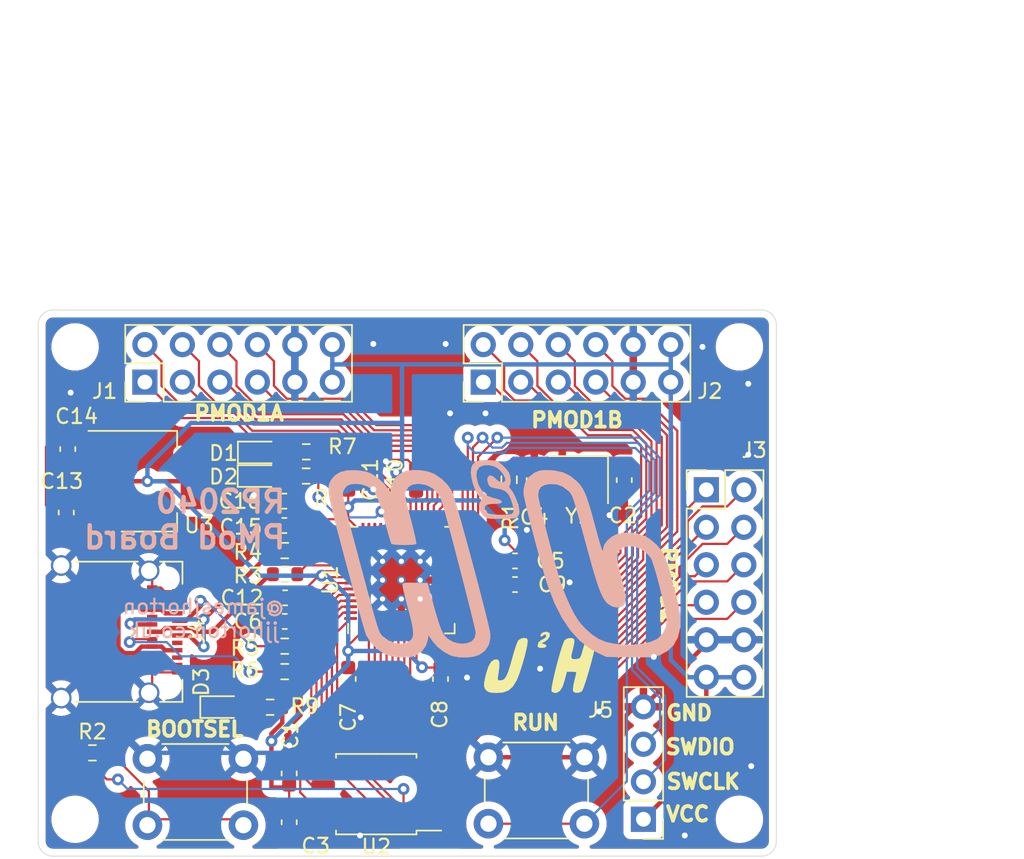
<source format=kicad_pcb>
(kicad_pcb (version 20211014) (generator pcbnew)
  (title_block (title "PMOD for Raspberry Pi RP2040") (date "2021-11-30") (rev "v0.1") (company "James Horton") (comment 1 "with an RP2040 Microcontroller.") (comment 2 "This board is designed for allowing the use of PMod modules") (comment 4 "Licensed Under CERN Open Hardware Licence Version 2 - Permissive"))
  (layers (0 "F.Cu" signal) (31 "B.Cu" signal) (34 "B.Paste" user) (35 "F.Paste" user) (36 "B.SilkS" user "B.Silkscreen") (37 "F.SilkS" user "F.Silkscreen") (38 "B.Mask" user) (39 "F.Mask" user) (44 "Edge.Cuts" user))
  (net 0 "")
  (net 1 "GND")
  (net 2 "+3V3")
  (net 3 "XIN")
  (net 4 "+1V1")
  (net 5 "GPIO_6")
  (net 6 "GPIO_7")
  (net 7 "GPIO_4")
  (net 8 "GPIO_5")
  (net 9 "GPIO_2")
  (net 10 "GPIO_3")
  (net 11 "GPIO_0")
  (net 12 "GPIO_1")
  (net 13 "USB_DP")
  (net 14 "VBUS")
  (net 15 "Net-(J4-PadB5)")
  (net 16 "Net-(J4-PadB8)")
  (net 17 "Net-(J4-PadA8)")
  (net 18 "Net-(J4-PadA5)")
  (net 19 "GPIO_8")
  (net 20 "GPIO_9")
  (net 21 "GPIO_10")
  (net 22 "GPIO_11")
  (net 23 "GPIO_12")
  (net 24 "GPIO_13")
  (net 25 "GPIO_14")
  (net 26 "GPIO_15")
  (net 27 "XOUT")
  (net 28 "SWCLK")
  (net 29 "SWDIO")
  (net 30 "Pico_Run")
  (net 31 "GPIO_16")
  (net 32 "GPIO_17")
  (net 33 "GPIO_18")
  (net 34 "GPIO_19")
  (net 35 "GPIO_20")
  (net 36 "GPIO_21")
  (net 37 "GPIO_22")
  (net 38 "GPIO_23")
  (net 39 "GPIO_24")
  (net 40 "Net-(U1-Pad38)")
  (net 41 "Net-(U1-Pad39)")
  (net 42 "Net-(U1-Pad40)")
  (net 43 "Net-(U1-Pad41)")
  (net 44 "Net-(R4-Pad2)")
  (net 45 "Net-(R3-Pad2)")
  (net 46 "QSPI_SD3")
  (net 47 "QSPI_SCLK")
  (net 48 "QSPI_SD0")
  (net 49 "QSPI_SD2")
  (net 50 "QSPI_SD1")
  (net 51 "QSPI_SS")
  (net 52 "Net-(R2-Pad2)")
  (net 53 "Net-(C4-Pad1)")
  (net 54 "Net-(D1-Pad2)")
  (net 55 "Net-(D2-Pad2)")
  (net 56 "Net-(D3-Pad2)")
  (net 57 "GPIO_25")
  (net 58 "USB_DM")
  (footprint "Capacitor_SMD:C_0603_1608Metric" (layer "F.Cu") (at 140 88.4 90)
    (fp_text reference "C1")
    (fp_text value "2u2" hide)
  )
  (footprint "Capacitor_SMD:C_0603_1608Metric" (layer "F.Cu") (at 162.7 68.525 -90)
    (fp_text reference "C2")
    (fp_text value "20p" hide)
  )
  (footprint "Capacitor_SMD:C_0603_1608Metric" (layer "F.Cu") (at 140 91.7 -90)
    (fp_text reference "C3")
    (fp_text value "100n" hide)
  )
  (footprint "Capacitor_SMD:C_0603_1608Metric" (layer "F.Cu") (at 156.6 68.525 90)
    (fp_text reference "C4")
    (fp_text value "20p" hide)
  )
  (footprint "Capacitor_SMD:C_0603_1608Metric" (layer "F.Cu") (at 155.3 74)
    (fp_text reference "C5")
    (fp_text value "100n" hide)
  )
  (footprint "Capacitor_SMD:C_0603_1608Metric" (layer "F.Cu") (at 139.7 78.1 180)
    (fp_text reference "C6")
    (fp_text value "100n" hide)
  )
  (footprint "Capacitor_SMD:C_0603_1608Metric" (layer "F.Cu") (at 144 82 -90)
    (fp_text reference "C7")
    (fp_text value "100n" hide)
  )
  (footprint "Capacitor_SMD:C_0603_1608Metric" (layer "F.Cu") (at 150.25 82 -90)
    (fp_text reference "C8")
    (fp_text value "100n" hide)
  )
  (footprint "Capacitor_SMD:C_0603_1608Metric" (layer "F.Cu") (at 148.6 68.5 90)
    (fp_text reference "C10")
    (fp_text value "100n" hide)
  )
  (footprint "Capacitor_SMD:C_0603_1608Metric" (layer "F.Cu") (at 144 68.425 90)
    (fp_text reference "C11")
    (fp_text value "100n" hide)
  )
  (footprint "Capacitor_SMD:C_0603_1608Metric" (layer "F.Cu") (at 139.725 76.5 180)
    (fp_text reference "C12")
    (fp_text value "100n" hide)
  )
  (footprint "Connector_PinHeader_2.54mm:PinHeader_2x06_P2.54mm_Vertical" (layer "F.Cu") (at 130.2258 61.8871 90)
    (fp_text reference "J1")
    (fp_text value "Conn_02x06_Odd_Even" hide)
  )
  (footprint "Connector_PinHeader_2.54mm:PinHeader_2x06_P2.54mm_Vertical" (layer "F.Cu") (at 153.1493 61.8871 90)
    (fp_text reference "J2")
    (fp_text value "Conn_02x06_Odd_Even" hide)
  )
  (footprint "Connector_PinHeader_2.54mm:PinHeader_2x06_P2.54mm_Vertical" (layer "F.Cu") (at 168.26 69.18)
    (fp_text reference "J3")
    (fp_text value "Conn_02x06_Odd_Even" hide)
  )
  (footprint "RaspberryPi:RP2040-QFN-56" (layer "F.Cu") (at 147.6 75.3 90)
    (fp_text reference "U1")
    (fp_text value "RP2040")
  )
  (footprint "Resistor_SMD:R_0603_1608Metric" (layer "F.Cu") (at 139.725 74.9)
    (fp_text reference "R3")
    (fp_text value "27" hide)
  )
  (footprint "Resistor_SMD:R_0603_1608Metric" (layer "F.Cu") (at 139.7 73.3)
    (fp_text reference "R4")
    (fp_text value "27" hide)
  )
  (footprint "MountingHole:MountingHole_2.2mm_M2" (layer "F.Cu") (at 125.5 59.5)
    (fp_text reference "REF**" hide)
    (fp_text value "MountingHole_2.2mm_M2" hide)
  )
  (footprint "MountingHole:MountingHole_2.2mm_M2" (layer "F.Cu") (at 170.5 59.5)
    (fp_text reference "REF**" hide)
    (fp_text value "MountingHole_2.2mm_M2" hide)
  )
  (footprint "MountingHole:MountingHole_2.2mm_M2" (layer "F.Cu") (at 125.5 91.5)
    (fp_text reference "REF**" hide)
    (fp_text value "MountingHole_2.2mm_M2" hide)
  )
  (footprint "MountingHole:MountingHole_2.2mm_M2" (layer "F.Cu") (at 170.5 91.5)
    (fp_text reference "REF**" hide)
    (fp_text value "MountingHole_2.2mm_M2" hide)
  )
  (footprint "Resistor_SMD:R_0603_1608Metric" (layer "F.Cu") (at 126.675 87)
    (fp_text reference "R2")
    (fp_text value "1K")
  )
  (footprint "Button_Switch_THT:SW_PUSH_6mm_H4.3mm" (layer "F.Cu") (at 130.4 87.4)
    (fp_text reference "SW1" hide)
    (fp_text value "SW_Push" hide)
  )
  (footprint "Button_Switch_THT:SW_PUSH_6mm_H4.3mm" (layer "F.Cu") (at 153.5 87.3)
    (fp_text reference "SW2" hide)
    (fp_text value "SW_Push" hide)
  )
  (footprint "Connector_USB:USB_C_Receptacle_Amphenol_12401610E4-2A_CircularHoles" (layer "F.Cu") (at 127.4 78.8 -90)
    (fp_text reference "J4")
    (fp_text value "USB_C_Receptacle_USB2.0")
  )
  (footprint "Capacitor_SMD:C_0603_1608Metric" (layer "F.Cu") (at 155.3 75.6)
    (fp_text reference "C9")
    (fp_text value "100n" hide)
  )
  (footprint "Package_SO:SOIC-8_5.23x5.23mm_P1.27mm" (layer "F.Cu") (at 145.9 89.8 180)
    (fp_text reference "U2")
    (fp_text value "W25Q128JVS" hide)
  )
  (footprint "Resistor_SMD:R_0603_1608Metric" (layer "F.Cu") (at 154.9 68.5 90)
    (fp_text reference "R1")
    (fp_text value "1K" hide)
  )
  (footprint "Resistor_SMD:R_0603_1608Metric" (layer "F.Cu") (at 139.7 79.775 180)
    (fp_text reference "R5")
    (fp_text value "5.1k" hide)
  )
  (footprint "Resistor_SMD:R_0603_1608Metric" (layer "F.Cu") (at 139.7 81.5)
    (fp_text reference "R6")
    (fp_text value "5.1k" hide)
  )
  (footprint "Crystal:Crystal_SMD_SeikoEpson_FA238-4Pin_3.2x2.5mm" (layer "F.Cu") (at 159.6 68.5 180)
    (fp_text reference "Y1")
    (fp_text value "12MHz")
  )
  (footprint "Capacitor_SMD:C_0603_1608Metric" (layer "F.Cu") (at 124.9 70.725 -90)
    (fp_text reference "C13")
    (fp_text value "10u" hide)
  )
  (footprint "Capacitor_SMD:C_0603_1608Metric" (layer "F.Cu") (at 125 66.425 90)
    (fp_text reference "C14")
    (fp_text value "10u" hide)
  )
  (footprint "Package_TO_SOT_SMD:SOT-223-3_TabPin2" (layer "F.Cu") (at 130.5 68.6)
    (fp_text reference "U3")
    (fp_text value "NCP1117-3.3_SOT223" hide)
  )
  (footprint "Connector_PinHeader_2.54mm:PinHeader_1x04_P2.54mm_Vertical" (layer "F.Cu") (at 164 91.5 180)
    (fp_text reference "J5")
    (fp_text value "Conn_01x04" hide)
  )
  (footprint "Capacitor_SMD:C_0603_1608Metric" (layer "F.Cu") (at 139.675 71.6 180)
    (fp_text reference "C15")
    (fp_text value "1u" hide)
  )
  (footprint "Capacitor_SMD:C_0603_1608Metric" (layer "F.Cu") (at 139.675 69.95 180)
    (fp_text reference "C16")
    (fp_text value "1u" hide)
  )
  (footprint "LED_SMD:LED_0603_1608Metric" (layer "F.Cu") (at 138.0125 66.65)
    (fp_text reference "D1")
    (fp_text value "LED" hide)
  )
  (footprint "Resistor_SMD:R_0603_1608Metric" (layer "F.Cu") (at 141.16 66.61 180)
    (fp_text reference "R7")
    (fp_text value "330" hide)
  )
  (footprint "LED_SMD:LED_0603_1608Metric" (layer "F.Cu") (at 138 68.25)
    (fp_text reference "D2")
    (fp_text value "LED" hide)
  )
  (footprint "Resistor_SMD:R_0603_1608Metric" (layer "F.Cu") (at 141.15 68.25 180)
    (fp_text reference "R8")
    (fp_text value "330" hide)
  )
  (footprint "LED_SMD:LED_0603_1608Metric" (layer "F.Cu") (at 135.4625 83.9)
    (fp_text reference "D3")
    (fp_text value "LED" hide)
  )
  (footprint "Resistor_SMD:R_0603_1608Metric" (layer "F.Cu") (at 138.71 83.91 180)
    (fp_text reference "R9")
    (fp_text value "330" hide)
  )
  (footprint "jjh:j2h_small" (layer "F.Cu") (at 157 81.25)
    (fp_text reference "G***" hide)
    (fp_text value "LOGO" hide)
  )
  (footprint "jjh:Untitled" (layer "B.Cu") (at 154.5 74.7 180)
    (fp_text reference "G***" hide)
    (fp_text value "LOGO" hide)
  )
  (gr_line (start 173 58) (end 173 93) (layer "Edge.Cuts") (width 0.05))
  (gr_arc (start 172 57) (mid 172.707107 57.292893) (end 173 58) (layer "Edge.Cuts") (width 0.05))
  (gr_line (start 172 94) (end 124 94) (layer "Edge.Cuts") (width 0.05))
  (gr_arc (start 173 93) (mid 172.707107 93.707107) (end 172 94) (layer "Edge.Cuts") (width 0.05))
  (gr_line (start 172 57) (end 124 57) (layer "Edge.Cuts") (width 0.05))
  (gr_line (start 123 58) (end 123 93) (layer "Edge.Cuts") (width 0.05))
  (gr_arc (start 123 58) (mid 123.292893 57.292893) (end 124 57) (layer "Edge.Cuts") (width 0.05))
  (gr_arc (start 124 94) (mid 123.292893 93.707107) (end 123 93) (layer "Edge.Cuts") (width 0.05))
  (gr_text "@jamesjhorton\njjhorton.co.uk" (at 134.2 77.9) (layer "B.SilkS") (effects (font (size 1 1)) (justify mirror)))
  (gr_text "RP2040 \nPMod Board" (at 139.9 71.2) (layer "B.SilkS") (effects (font (size 1.5 1.5) (thickness 0.3)) (justify left mirror)))
  (gr_text "BOOTSEL" (at 133.6 85.4) (layer "F.SilkS") (effects (font (size 1 1) (thickness 0.25))))
  (gr_text "PMOD2" (at 165.7 75.65 270) (layer "F.SilkS") (effects (font (size 1 1) (thickness 0.25))))
  (gr_text "PMOD1B" (at 159.5 64.45) (layer "F.SilkS") (effects (font (size 1 1) (thickness 0.25))))
  (gr_text "PMOD1A" (at 136.6 64) (layer "F.SilkS") (effects (font (size 1 1) (thickness 0.25))))
  (gr_text "VCC" (at 167 91.15) (layer "F.SilkS") (effects (font (size 1 1) (thickness 0.25))))
  (gr_text "SWCLK\n" (at 168.05 88.95) (layer "F.SilkS") (effects (font (size 1 1) (thickness 0.25))))
  (gr_text "SWDIO" (at 167.85 86.6) (layer "F.SilkS") (effects (font (size 1 1) (thickness 0.25))))
  (gr_text "GND" (at 167.1 84.3) (layer "F.SilkS") (effects (font (size 1 1) (thickness 0.25))))
  (gr_text "RUN" (at 156.7 84.95) (layer "F.SilkS") (effects (font (size 1 1) (thickness 0.25))))
  (segment (start 144.85 84.6) (end 144.9 84.65) (width 0.3) (layer "F.Cu") (net 1))
  (segment (start 138.08125 69.11875) (end 137.2125 68.25) (width 0.15) (layer "F.Cu") (net 1))
  (segment (start 130.72 81.3) (end 130.72 82.72) (width 0.15) (layer "F.Cu") (net 1))
  (segment (start 160.7 69.3) (end 160.7 69.794988) (width 0.15) (layer "F.Cu") (net 1))
  (segment (start 144 82.775) (end 144 83.75) (width 0.3) (layer "F.Cu") (net 1))
  (segment (start 150.25 82.775) (end 151.175 82.775) (width 0.3) (layer "F.Cu") (net 1))
  (segment (start 132.42 76.05) (end 131.55 76.05) (width 0.15) (layer "F.Cu") (net 1))
  (segment (start 127.35 66.3) (end 125.65 66.3) (width 0.3) (layer "F.Cu") (net 1))
  (segment (start 144.35 67.65) (end 145.7 69) (width 0.15) (layer "F.Cu") (net 1))
  (segment (start 144 83.75) (end 144.85 84.6) (width 0.3) (layer "F.Cu") (net 1))
  (segment (start 144 67.65) (end 144.35 67.65) (width 0.15) (layer "F.Cu") (net 1))
  (segment (start 125 65.65) (end 124.25 65.65) (width 0.3) (layer "F.Cu") (net 1))
  (segment (start 137.2125 66.6625) (end 137.225 66.65) (width 0.15) (layer "F.Cu") (net 1))
  (segment (start 140.525 79.775) (end 140.175 79.775) (width 0.15) (layer "F.Cu") (net 1))
  (segment (start 152.435014 76.32499) (end 153.610044 77.50002) (width 0.15) (layer "F.Cu") (net 1))
  (segment (start 137.2125 68.25) (end 137.2125 66.6625) (width 0.15) (layer "F.Cu") (net 1))
  (segment (start 151.2 76.3) (end 151.22499 76.32499) (width 0.15) (layer "F.Cu") (net 1))
  (segment (start 158.6 76.765685) (end 158.6 76.2) (width 0.15) (layer "F.Cu") (net 1))
  (segment (start 145.7 69) (end 145.7 69.15) (width 0.15) (layer "F.Cu") (net 1))
  (segment (start 131.55 76.05) (end 131.3 75.8) (width 0.15) (layer "F.Cu") (net 1))
  (segment (start 140 87.625) (end 140 86.5) (width 0.3) (layer "F.Cu") (net 1))
  (segment (start 160 87.3) (end 163.42 83.88) (width 0.3) (layer "F.Cu") (net 1))
  (segment (start 160 87.3) (end 153.5 87.3) (width 0.3) (layer "F.Cu") (net 1))
  (segment (start 162.7 69.3) (end 160.7 69.3) (width 0.3) (layer "F.Cu") (net 1))
  (segment (start 130.72 82.72) (end 130.51 82.93) (width 0.15) (layer "F.Cu") (net 1))
  (segment (start 124.25 65.65) (end 123.6 66.3) (width 0.3) (layer "F.Cu") (net 1))
  (segment (start 140.175 79.775) (end 138.925 78.525) (width 0.15) (layer "F.Cu") (net 1))
  (segment (start 156.075 75.6) (end 156.075 74) (width 0.3) (layer "F.Cu") (net 1))
  (segment (start 138.9 71.6) (end 138.9 69.95) (width 0.15) (layer "F.Cu") (net 1))
  (segment (start 138.9 69.9375) (end 138.08125 69.11875) (width 0.15) (layer "F.Cu") (net 1))
  (segment (start 123.6 66.3) (end 123.6 70.2) (width 0.3) (layer "F.Cu") (net 1))
  (segment (start 151.22499 76.32499) (end 152.435014 76.32499) (width 0.15) (layer "F.Cu") (net 1))
  (segment (start 151.0375 76.3) (end 151.2 76.3) (width 0.15) (layer "F.Cu") (net 1))
  (segment (start 138.925 76.525) (end 138.95 76.5) (width 0.15) (layer "F.Cu") (net 1))
  (segment (start 148.025 67.15) (end 148.6 67.725) (width 0.15) (layer "F.Cu") (net 1))
  (segment (start 138.925 78.1) (end 138.925 76.525) (width 0.15) (layer "F.Cu") (net 1))
  (segment (start 140.525 81.5) (end 140.525 79.775) (width 0.15) (layer "F.Cu") (net 1))
  (segment (start 138.03125 69.11875) (end 138.08125 69.11875) (width 0.15) (layer "F.Cu") (net 1))
  (segment (start 153.610044 77.50002) (end 157.865665 77.50002) (width 0.15) (layer "F.Cu") (net 1))
  (segment (start 137.6 69.55) (end 138.03125 69.11875) (width 0.15) (layer "F.Cu") (net 1))
  (segment (start 130.97 81.55) (end 130.72 81.3) (width 0.15) (layer "F.Cu") (net 1))
  (segment (start 130.72 74.88) (end 130.51 74.67) (width 0.15) (layer "F.Cu") (net 1))
  (segment (start 131.3 75.8) (end 130.72 75.8) (width 0.15) (layer "F.Cu") (net 1))
  (segment (start 156.075 71.925) (end 156.1 71.9) (width 0.3) (layer "F.Cu") (net 1))
  (segment (start 168.26 79.34) (end 170.8 79.34) (width 0.3) (layer "F.Cu") (net 1))
  (segment (start 164 83.88) (end 168.26 79.62) (width 0.3) (layer "F.Cu") (net 1))
  (segment (start 123.6 70.2) (end 124.9 71.5) (width 0.3) (layer "F.Cu") (net 1))
  (segment (start 157.865665 77.50002) (end 158.6 76.765685) (width 0.15) (layer "F.Cu") (net 1))
  (segment (start 132.42 81.55) (end 130.97 81.55) (width 0.15) (layer "F.Cu") (net 1))
  (segment (start 130.72 75.8) (end 130.72 74.88) (width 0.15) (layer "F.Cu") (net 1))
  (segment (start 146.55 67.15) (end 148.025 67.15) (width 0.15) (layer "F.Cu") (net 1))
  (segment (start 168.26 79.62) (end 168.26 79.34) (width 0.3) (layer "F.Cu") (net 1))
  (segment (start 156.075 74) (end 156.075 71.925) (width 0.3) (layer "F.Cu") (net 1))
  (segment (start 151.175 82.775) (end 152.05 81.9) (width 0.3) (layer "F.Cu") (net 1))
  (segment (start 138.925 78.525) (end 138.925 78.1) (width 0.15) (layer "F.Cu") (net 1))
  (segment (start 163.42 83.88) (end 164 83.88) (width 0.3) (layer "F.Cu") (net 1))
  (segment (start 125.65 66.3) (end 125 65.65) (width 0.3) (layer "F.Cu") (net 1))
  (segment (start 138.9 69.95) (end 138.9 69.9375) (width 0.15) (layer "F.Cu") (net 1))
  (via (at 137.6 69.55) (size 0.8) (drill 0.4) (layers "F.Cu" "B.Cu") (net 1))
  (via (at 157 81.3) (size 0.8) (drill 0.4) (layers "F.Cu" "B.Cu") (net 1))
  (via (at 171.1 66.8) (size 0.8) (drill 0.4) (layers "F.Cu" "B.Cu") (net 1))
  (via (at 144.8 92.6) (size 0.8) (drill 0.4) (layers "F.Cu" "B.Cu") (net 1))
  (via (at 144.85 84.6) (size 0.8) (drill 0.4) (layers "F.Cu" "B.Cu") (net 1))
  (via (at 156.1 71.9) (size 0.8) (drill 0.4) (layers "F.Cu" "B.Cu") (net 1))
  (via (at 125.2 62.6) (size 0.8) (drill 0.4) (layers "F.Cu" "B.Cu") (net 1))
  (via (at 150.6 59.3) (size 0.8) (drill 0.4) (layers "F.Cu" "B.Cu") (net 1))
  (via (at 171.1 62) (size 0.8) (drill 0.4) (layers "F.Cu" "B.Cu") (net 1))
  (via (at 150.9 64) (size 0.8) (drill 0.4) (layers "F.Cu" "B.Cu") (net 1))
  (via (at 145.7 69.15) (size 0.8) (drill 0.4) (layers "F.Cu" "B.Cu") (net 1))
  (via (at 161 84.2) (size 0.8) (drill 0.4) (layers "F.Cu" "B.Cu") (net 1))
  (via (at 164.7 80.5) (size 0.8) (drill 0.4) (layers "F.Cu" "B.Cu") (net 1))
  (via (at 153.3 64) (size 0.8) (drill 0.4) (layers "F.Cu" "B.Cu") (net 1))
  (via (at 146.55 67.25) (size 0.8) (drill 0.4) (layers "F.Cu" "B.Cu") (net 1))
  (via (at 171.3 87.9) (size 0.8) (drill 0.4) (layers "F.Cu" "B.Cu") (net 1))
  (via (at 140 86.5) (size 0.8) (drill 0.4) (layers "F.Cu" "B.Cu") (net 1))
  (via (at 166.8 92.6) (size 0.8) (drill 0.4) (layers "F.Cu" "B.Cu") (net 1))
  (via (at 152.05 81.9) (size 0.8) (drill 0.4) (layers "F.Cu" "B.Cu") (net 1))
  (via (at 145.7 59.3) (size 0.8) (drill 0.4) (layers "F.Cu" "B.Cu") (net 1))
  (via (at 168 59.5) (size 0.8) (drill 0.4) (layers "F.Cu" "B.Cu") (net 1))
  (via (at 159 75.45) (size 0.8) (drill 0.4) (layers "F.Cu" "B.Cu") (net 1))
  (via (at 161.7 70.9) (size 0.8) (drill 0.4) (layers "F.Cu" "B.Cu") (net 1))
  (segment (start 137 87) (end 130.5 87) (width 0.3) (layer "B.Cu") (net 1))
  (segment (start 140 86.5) (end 139.5 87) (width 0.3) (layer "B.Cu") (net 1))
  (segment (start 145.7 69.15) (end 145.7 68.1) (width 0.15) (layer "B.Cu") (net 1))
  (segment (start 145.7 68.1) (end 146.55 67.25) (width 0.15) (layer "B.Cu") (net 1))
  (segment (start 139.5 87) (end 137 87) (width 0.3) (layer "B.Cu") (net 1))
  (segment (start 144 80.1) (end 144 79.7375) (width 0.15) (layer "F.Cu") (net 2))
  (segment (start 141.675 71.175) (end 140.45 69.95) (width 0.15) (layer "F.Cu") (net 2))
  (segment (start 144 70.35) (end 144 69.2) (width 0.15) (layer "F.Cu") (net 2))
  (segment (start 130.4 68.6) (end 133.65 68.6) (width 0.3) (layer "F.Cu") (net 2))
  (segment (start 138.8 86.2) (end 138.8 89.35) (width 0.3) (layer "F.Cu") (net 2))
  (segment (start 155.25001 73.25001) (end 155.25001 73.44999) (width 0.15) (layer "F.Cu") (net 2))
  (segment (start 140 89.175) (end 140 90.925) (width 0.15) (layer "F.Cu") (net 2))
  (segment (start 139.535 83.91) (end 139.535 84.965) (width 0.3) (layer "F.Cu") (net 2))
  (segment (start 168.26 87.24) (end 168.26 81.88) (width 0.3) (layer "F.Cu") (net 2))
  (segment (start 148.6 78.7375) (end 148.6 79) (width 0.15) (layer "F.Cu") (net 2))
  (segment (start 154.525 75.6) (end 155 75.6) (width 0.15) (layer "F.Cu") (net 2))
  (segment (start 138.8 89.35) (end 139.825 89.35) (width 0.3) (layer "F.Cu") (net 2))
  (segment (start 141.95 75.05) (end 142 75.1) (width 0.15) (layer "F.Cu") (net 2))
  (segment (start 144 71.15) (end 144 70.35) (width 0.15) (layer "F.Cu") (net 2))
  (segment (start 127.35 68.6) (end 126.4 68.6) (width 0.3) (layer "F.Cu") (net 2))
  (segment (start 141.675 71.175) (end 143.175 71.175) (width 0.15) (layer "F.Cu") (net 2))
  (segment (start 145 71.8625) (end 144.7125 71.8625) (width 0.15) (layer "F.Cu") (net 2))
  (segment (start 140 90.925) (end 140.78 91.705) (width 0.15) (layer "F.Cu") (net 2))
  (segment (start 142.5 74.7) (end 142.2 75) (width 0.15) (layer "F.Cu") (net 2))
  (segment (start 148.62499 79.02499) (end 148.62499 80.82499) (width 0.15) (layer "F.Cu") (net 2))
  (segment (start 144.7125 71.8625) (end 144 71.15) (width 0.15) (layer "F.Cu") (net 2))
  (segment (start 144.1625 74.7) (end 142.5 74.7) (width 0.15) (layer "F.Cu") (net 2))
  (segment (start 144 79.7375) (end 145 78.7375) (width 0.15) (layer "F.Cu") (net 2))
  (segment (start 148.6 79) (end 148.62499 79.02499) (width 0.15) (layer "F.Cu") (net 2))
  (segment (start 142.1 75.1) (end 142 75.1) (width 0.15) (layer "F.Cu") (net 2))
  (segment (start 155.25001 75.34999) (end 155.25001 73.44999) (width 0.15) (layer "F.Cu") (net 2))
  (segment (start 138.8 85.7) (end 138.8 86.2) (width 0.3) (layer "F.Cu") (net 2))
  (segment (start 143.6 73.1) (end 143 72.5) (width 0.15) (layer "F.Cu") (net 2))
  (segment (start 144.1625 73.1) (end 143.6 73.1) (width 0.15) (layer "F.Cu") (net 2))
  (segment (start 148.6 71.75) (end 148.6 69.275) (width 0.15) (layer "F.Cu") (net 2))
  (segment (start 143.175 71.175) (end 144 70.35) (width 0.15) (layer "F.Cu") (net 2))
  (segment (start 154.525 75.6) (end 153.6 75.6) (width 0.15) (layer "F.Cu") (net 2))
  (segment (start 153.6 75.6) (end 153.1 75.1) (width 0.15) (layer "F.Cu") (net 2))
  (segment (start 126.4 68.6) (end 125 67.2) (width 0.3) (layer "F.Cu") (net 2))
  (segment (start 140.78 91.705) (end 142.3 91.705) (width 0.15) (layer "F.Cu") (net 2))
  (segment (start 149.025 81.225) (end 149 81.2) (width 0.15) (layer "F.Cu") (net 2))
  (segment (start 148.6 71.8625) (end 148.6 71.75) (width 0.15) (layer "F.Cu") (net 2))
  (segment (start 144 81.225) (end 144 80.1) (width 0.15) (layer "F.Cu") (net 2))
  (segment (start 143.2 72.7) (end 143 72.5) (width 0.15) (layer "F.Cu") (net 2))
  (segment (start 148.6 69.275) (end 148.525 69.275) (width 0.15) (layer "F.Cu") (net 2))
  (segment (start 127.35 68.6) (end 130.4 68.6) (width 0.3) (layer "F.Cu") (net 2))
  (segment (start 154.6 72.6) (end 155.25001 73.25001) (width 0.15) (layer "F.Cu") (net 2))
  (segment (start 141.9 75.1) (end 140.5 76.5) (width 0.15) (layer "F.Cu") (net 2))
  (segment (start 139.825 89.35) (end 140 89.175) (width 0.3) (layer "F.Cu") (net 2))
  (segment (start 164 91.5) (end 168.26 87.24) (width 0.3) (layer "F.Cu") (net 2))
  (segment (start 143 72.5) (end 141.675 71.175) (width 0.15) (layer "F.Cu") (net 2))
  (segment (start 148.62499 80.82499) (end 149 81.2) (width 0.15) (layer "F.Cu") (net 2))
  (segment (start 144.1625 75.1) (end 142.1 75.1) (width 0.15) (layer "F.Cu") (net 2))
  (segment (start 144.1625 72.7) (end 143.2 72.7) (width 0.15) (layer "F.Cu") (net 2))
  (segment (start 148.525 69.275) (end 147.25 68) (width 0.15) (layer "F.Cu") (net 2))
  (segment (start 139.535 84.965) (end 138.8 85.7) (width 0.3) (layer "F.Cu") (net 2))
  (segment (start 153.1 75.1) (end 151.0375 75.1) (width 0.15) (layer "F.Cu") (net 2))
  (segment (start 142 75.1) (end 141.9 75.1) (width 0.15) (layer "F.Cu") (net 2))
  (segment (start 155 75.6) (end 155.25001 75.34999) (width 0.15) (layer "F.Cu") (net 2))
  (segment (start 150.25 81.225) (end 149.025 81.225) (width 0.15) (layer "F.Cu") (net 2))
  (via (at 142.2 75) (size 0.8) (drill 0.4) (layers "F.Cu" "B.Cu") (net 2))
  (via (at 147.25 68) (size 0.8) (drill 0.4) (layers "F.Cu" "B.Cu") (net 2))
  (via (at 154.6 72.6) (size 0.8) (drill 0.4) (layers "F.Cu" "B.Cu") (net 2))
  (via (at 130.4 68.6) (size 0.8) (drill 0.4) (layers "F.Cu" "B.Cu") (net 2))
  (via (at 144 80.1) (size 0.8) (drill 0.4) (layers "F.Cu" "B.Cu") (net 2))
  (via (at 149 81.2) (size 0.8) (drill 0.4) (layers "F.Cu" "B.Cu") (net 2))
  (via (at 138.8 86.2) (size 0.8) (drill 0.4) (layers "F.Cu" "B.Cu") (net 2))
  (via (at 144 70.35) (size 0.8) (drill 0.4) (layers "F.Cu" "B.Cu") (net 2))
  (segment (start 138 75) (end 137.8 74.8) (width 0.3) (layer "B.Cu") (net 2))
  (segment (start 154.6 71.65) (end 154.6 72.6) (width 0.3) (layer "B.Cu") (net 2))
  (segment (start 142.55 75) (end 142.65 75.1) (width 0.15) (layer "B.Cu") (net 2))
  (segment (start 147.100001 69.899999) (end 144.450001 69.899999) (width 0.3) (layer "B.Cu") (net 2))
  (segment (start 147.649999 67.600001) (end 147.649999 64.649999) (width 0.3) (layer "B.Cu") (net 2))
  (segment (start 133.350001 64.649999) (end 147.649999 64.649999) (width 0.3) (layer "B.Cu") (net 2))
  (segment (start 144 80.1) (end 147.9 80.1) (width 0.3) (layer "B.Cu") (net 2))
  (segment (start 130.4 67.6) (end 133.350001 64.649999) (width 0.3) (layer "B.Cu") (net 2))
  (segment (start 152.849999 69.899999) (end 154.6 71.65) (width 0.3) (layer "B.Cu") (net 2))
  (segment (start 142.2 75) (end 142.55 75) (width 0.15) (layer "B.Cu") (net 2))
  (segment (start 170.8 81.88) (end 168.26 81.88) (width 0.3) (layer "B.Cu") (net 2))
  (segment (start 147.9 80.1) (end 149 81.2) (width 0.3) (layer "B.Cu") (net 2))
  (segment (start 147.687099 60.687099) (end 142.987099 60.687099) (width 0.3) (layer "B.Cu") (net 2))
  (segment (start 142.2 75) (end 138 75) (width 0.3) (layer "B.Cu") (net 2))
  (segment (start 165.835699 60.687099) (end 147.687099 60.687099) (width 0.3) (layer "B.Cu") (net 2))
  (segment (start 144 77) (end 144 79.2) (width 0.3) (layer "B.Cu") (net 2))
  (segment (start 165.8493 60.7007) (end 165.835699 60.687099) (width 0.3) (layer "B.Cu") (net 2))
  (segment (start 142.987099 60.687099) (end 142.9258 60.748398) (width 0.3) (layer "B.Cu") (net 2))
  (segment (start 144 76.434315) (end 144 77) (width 0.3) (layer "B.Cu") (net 2))
  (segment (start 165.8493 61.8871) (end 165.8493 60.7007) (width 0.3) (layer "B.Cu") (net 2))
  (segment (start 144 79.2) (end 144 80.1) (width 0.3) (layer "B.Cu") (net 2))
  (segment (start 131.6 68.6) (end 137.8 74.8) (width 0.3) (layer "B.Cu") (net 2))
  (segment (start 168.26 81.88) (end 167.03 81.88) (width 0.3) (layer "B.Cu") (net 2))
  (segment (start 165.8493 60.7007) (end 165.8493 59.3471) (width 0.3) (layer "B.Cu") (net 2))
  (segment (start 138.8 86.2) (end 144 81) (width 0.3) (layer "B.Cu") (net 2))
  (segment (start 142.65 75.1) (end 142.45 74.9) (width 0.3) (layer "B.Cu") (net 2))
  (segment (start 167.03 81.88) (end 165.8493 80.6993) (width 0.3) (layer "B.Cu") (net 2))
  (segment (start 165.8493 80.6993) (end 165.8493 61.8871) (width 0.3) (layer "B.Cu") (net 2))
  (segment (start 147.100001 68.149999) (end 147.25 68) (width 0.3) (layer "B.Cu") (net 2))
  (segment (start 144.450001 69.899999) (end 144 70.35) (width 0.3) (layer "B.Cu") (net 2))
  (segment (start 144 81) (end 144 80.1) (width 0.3) (layer "B.Cu") (net 2))
  (segment (start 142.9258 60.748398) (end 142.9258 61.8871) (width 0.3) (layer "B.Cu") (net 2))
  (segment (start 142.9258 61.8871) (end 142.9258 59.3471) (width 0.3) (layer "B.Cu") (net 2))
  (segment (start 130.4 68.6) (end 131.6 68.6) (width 0.3) (layer "B.Cu") (net 2))
  (segment (start 142.665685 75.1) (end 142.65 75.1) (width 0.3) (layer "B.Cu") (net 2))
  (segment (start 147.649999 60.724199) (end 147.687099 60.687099) (width 0.3) (layer "B.Cu") (net 2))
  (segment (start 147.100001 69.899999) (end 152.849999 69.899999) (width 0.3) (layer "B.Cu") (net 2))
  (segment (start 147.25 68) (end 147.649999 67.600001) (width 0.3) (layer "B.Cu") (net 2))
  (segment (start 147.649999 64.649999) (end 147.649999 60.724199) (width 0.3) (layer "B.Cu") (net 2))
  (segment (start 147.100001 69.899999) (end 147.100001 68.149999) (width 0.3) (layer "B.Cu") (net 2))
  (segment (start 142.665685 75.1) (end 144 76.434315) (width 0.3) (layer "B.Cu") (net 2))
  (segment (start 130.4 68.6) (end 130.4 67.6) (width 0.3) (layer "B.Cu") (net 2))
  (segment (start 157.95001 76.544978) (end 157.95001 72.04999) (width 0.15) (layer "F.Cu") (net 3))
  (segment (start 152.505012 75.9) (end 153.755022 77.15001) (width 0.15) (layer "F.Cu") (net 3))
  (segment (start 153.755022 77.15001) (end 157.344978 77.15001) (width 0.15) (layer "F.Cu") (net 3))
  (segment (start 151.0375 75.9) (end 152.505012 75.9) (width 0.15) (layer "F.Cu") (net 3))
  (segment (start 160.75 67.75) (end 160.7 67.7) (width 0.3) (layer "F.Cu") (net 3))
  (segment (start 159.724999 70.275001) (end 159.724999 67.825001) (width 0.15) (layer "F.Cu") (net 3))
  (segment (start 162.7 67.75) (end 160.75 67.75) (width 0.3) (layer "F.Cu") (net 3))
  (segment (start 157.344978 77.15001) (end 157.95001 76.544978) (width 0.15) (layer "F.Cu") (net 3))
  (segment (start 159.85 67.7) (end 160.7 67.7) (width 0.15) (layer "F.Cu") (net 3))
  (segment (start 157.95001 72.04999) (end 159.724999 70.275001) (width 0.15) (layer "F.Cu") (net 3))
  (segment (start 159.724999 67.825001) (end 159.85 67.7) (width 0.15) (layer "F.Cu") (net 3))
  (segment (start 142.141062 76.041062) (end 140.475 77.707124) (width 0.15) (layer "F.Cu") (net 4))
  (segment (start 141.675 72.825) (end 140.45 71.6) (width 0.15) (layer "F.Cu") (net 4))
  (segment (start 153.7 74) (end 154.525 74) (width 0.15) (layer "F.Cu") (net 4))
  (segment (start 144.1625 73.5) (end 142.35 73.5) (width 0.15) (layer "F.Cu") (net 4))
  (segment (start 144.87501 73.715376) (end 144.87501 75.32499) (width 0.15) (layer "F.Cu") (net 4))
  (segment (start 142.35 73.5) (end 141.675 72.825) (width 0.15) (layer "F.Cu") (net 4))
  (segment (start 144.1625 73.5) (end 144.659634 73.5) (width 0.15) (layer "F.Cu") (net 4))
  (segment (start 145.6 72.9) (end 149.4 72.9) (width 0.15) (layer "F.Cu") (net 4))
  (segment (start 149.4 72.9) (end 149.852285 73.352285) (width 0.15) (layer "F.Cu") (net 4))
  (segment (start 142.682124 75.5) (end 144.1625 75.5) (width 0.15) (layer "F.Cu") (net 4))
  (segment (start 144.87501 75.32499) (end 144.7 75.5) (width 0.15) (layer "F.Cu") (net 4))
  (segment (start 144.87501 73.62499) (end 145.6 72.9) (width 0.15) (layer "F.Cu") (net 4))
  (segment (start 144.659634 73.5) (end 144.87501 73.715376) (width 0.15) (layer "F.Cu") (net 4))
  (segment (start 150.50457 74.7) (end 151.0375 74.7) (width 0.15) (layer "F.Cu") (net 4))
  (segment (start 140.475 77.707124) (end 140.475 78.1) (width 0.15) (layer "F.Cu") (net 4))
  (segment (start 142.141062 76.041062) (end 142.682124 75.5) (width 0.15) (layer "F.Cu") (net 4))
  (segment (start 153 74.7) (end 153.7 74) (width 0.15) (layer "F.Cu") (net 4))
  (segment (start 149.852285 74.047715) (end 150.50457 74.7) (width 0.15) (layer "F.Cu") (net 4))
  (segment (start 149.852285 73.352285) (end 149.852285 74.047715) (width 0.15) (layer "F.Cu") (net 4))
  (segment (start 144.87501 73.715376) (end 144.87501 73.62499) (width 0.15) (layer "F.Cu") (net 4))
  (segment (start 151.0375 74.7) (end 153 74.7) (width 0.15) (layer "F.Cu") (net 4))
  (segment (start 144.7 75.5) (end 144.1625 75.5) (width 0.15) (layer "F.Cu") (net 4))
  (segment (start 147.8 82.694988) (end 149.155022 84.05001) (width 0.15) (layer "F.Cu") (net 5))
  (segment (start 149.155022 84.05001) (end 151.744978 84.05001) (width 0.15) (layer "F.Cu") (net 5))
  (segment (start 151.744978 84.05001) (end 152.195048 83.59994) (width 0.15) (layer "F.Cu") (net 5))
  (segment (start 166.992506 71.322492) (end 168.009997 70.305001) (width 0.15) (layer "F.Cu") (net 5))
  (segment (start 165.734959 74.765041) (end 165.734959 73.750053) (width 0.15) (layer "F.Cu") (net 5))
  (segment (start 169.674999 70.305001) (end 170.8 69.18) (width 0.15) (layer "F.Cu") (net 5))
  (segment (start 166.992506 72.492506) (end 166.992506 71.322492) (width 0.15) (layer "F.Cu") (net 5))
  (segment (start 147.8 78.7375) (end 147.8 82.694988) (width 0.15) (layer "F.Cu") (net 5))
  (segment (start 165.734959 73.750053) (end 166.992506 72.492506) (width 0.15) (layer "F.Cu") (net 5))
  (segment (start 168.009997 70.305001) (end 169.674999 70.305001) (width 0.15) (layer "F.Cu") (net 5))
  (segment (start 156.90006 83.59994) (end 165.734959 74.765041) (width 0.15) (layer "F.Cu") (net 5))
  (segment (start 152.195048 83.59994) (end 156.90006 83.59994) (width 0.15) (layer "F.Cu") (net 5))
  (segment (start 165.384949 74.615051) (end 165.384949 73.605075) (width 0.15) (layer "F.Cu") (net 6))
  (segment (start 149.3 83.7) (end 151.6 83.7) (width 0.15) (layer "F.Cu") (net 6))
  (segment (start 151.6 83.7) (end 152.05007 83.24993) (width 0.15) (layer "F.Cu") (net 6))
  (segment (start 166.642496 70.797504) (end 168.26 69.18) (width 0.15) (layer "F.Cu") (net 6))
  (segment (start 165.25 74.755012) (end 165.25 74.75) (width 0.15) (layer "F.Cu") (net 6))
  (segment (start 152.05007 83.24993) (end 156.755082 83.24993) (width 0.15) (layer "F.Cu") (net 6))
  (segment (start 156.755082 83.24993) (end 165.25 74.755012) (width 0.15) (layer "F.Cu") (net 6))
  (segment (start 165.384949 73.605075) (end 166.642496 72.347528) (width 0.15) (layer "F.Cu") (net 6))
  (segment (start 166.642496 72.347528) (end 166.642496 70.797504) (width 0.15) (layer "F.Cu") (net 6))
  (segment (start 165.25 74.75) (end 165.384949 74.615051) (width 0.15) (layer "F.Cu") (net 6))
  (segment (start 148.2 78.7375) (end 148.2 82.6) (width 0.15) (layer "F.Cu") (net 6))
  (segment (start 148.2 82.6) (end 149.3 83.7) (width 0.15) (layer "F.Cu") (net 6))
  (segment (start 169.674999 72.845001) (end 170.8 71.72) (width 0.15) (layer "F.Cu") (net 7))
  (segment (start 152.485004 84.29996) (end 157.20004 84.29996) (width 0.15) (layer "F.Cu") (net 7))
  (segment (start 166.434979 74.684979) (end 166.434979 74.420019) (width 0.15) (layer "F.Cu") (net 7))
  (segment (start 147 82.884964) (end 148.865062 84.750026) (width 0.15) (layer "F.Cu") (net 7))
  (segment (start 147 78.7375) (end 147 82.884964) (width 0.15) (layer "F.Cu") (net 7))
  (segment (start 160.760024 80.75) (end 166.434979 75.075045) (width 0.15) (layer "F.Cu") (net 7))
  (segment (start 152.034938 84.750026) (end 152.485004 84.29996) (width 0.15) (layer "F.Cu") (net 7))
  (segment (start 148.865062 84.750026) (end 152.034938 84.750026) (width 0.15) (layer "F.Cu") (net 7))
  (segment (start 166.434979 75.075045) (end 166.434979 74.684979) (width 0.15) (layer "F.Cu") (net 7))
  (segment (start 168.009997 72.845001) (end 169.674999 72.845001) (width 0.15) (layer "F.Cu") (net 7))
  (segment (start 157.20004 84.29996) (end 160.75 80.75) (width 0.15) (layer "F.Cu") (net 7))
  (segment (start 160.75 80.75) (end 160.760024 80.75) (width 0.15) (layer "F.Cu") (net 7))
  (segment (start 166.434979 74.420019) (end 168.009997 72.845001) (width 0.15) (layer "F.Cu") (net 7))
  (segment (start 166.434979 74.944973) (end 166.434979 74.684979) (width 0.15) (layer "F.Cu") (net 7))
  (segment (start 151.88996 84.400016) (end 149.300004 84.400016) (width 0.15) (layer "F.Cu") (net 8))
  (segment (start 147.4 82.789976) (end 147.4 78.7375) (width 0.15) (layer "F.Cu") (net 8))
  (segment (start 166.084969 73.895031) (end 166.084969 74.930067) (width 0.15) (layer "F.Cu") (net 8))
  (segment (start 157.055062 83.94995) (end 152.340026 83.94995) (width 0.15) (layer "F.Cu") (net 8))
  (segment (start 168.26 71.72) (end 166.084969 73.895031) (width 0.15) (layer "F.Cu") (net 8))
  (segment (start 160.60502 80.399992) (end 157.055062 83.94995) (width 0.15) (layer "F.Cu") (net 8))
  (segment (start 149.300002 84.400018) (end 149.010042 84.400018) (width 0.15) (layer "F.Cu") (net 8))
  (segment (start 152.340026 83.94995) (end 151.88996 84.400016) (width 0.15) (layer "F.Cu") (net 8))
  (segment (start 160.615044 80.399992) (end 160.60502 80.399992) (width 0.15) (layer "F.Cu") (net 8))
  (segment (start 149.010042 84.400018) (end 147.4 82.789976) (width 0.15) (layer "F.Cu") (net 8))
  (segment (start 166.084969 74.930067) (end 160.615044 80.399992) (width 0.15) (layer "F.Cu") (net 8))
  (segment (start 149.300004 84.400016) (end 149.300002 84.400018) (width 0.15) (layer "F.Cu") (net 8))
  (segment (start 152.324894 85.450046) (end 152.77496 84.99998) (width 0.15) (layer "F.Cu") (net 9))
  (segment (start 152.77496 84.99998) (end 157.50002 84.99998) (width 0.15) (layer "F.Cu") (net 9))
  (segment (start 146.2 83.07494) (end 148.575106 85.450046) (width 0.15) (layer "F.Cu") (net 9))
  (segment (start 167.114999 75.385001) (end 169.674999 75.385001) (width 0.15) (layer "F.Cu") (net 9))
  (segment (start 167 75.5) (end 167.114999 75.385001) (width 0.15) (layer "F.Cu") (net 9))
  (segment (start 148.575106 85.450046) (end 152.324894 85.450046) (width 0.15) (layer "F.Cu") (net 9))
  (segment (start 157.50002 84.99998) (end 167 75.5) (width 0.15) (layer "F.Cu") (net 9))
  (segment (start 146.2 78.7375) (end 146.2 83.07494) (width 0.15) (layer "F.Cu") (net 9))
  (segment (start 169.674999 75.385001) (end 170.8 74.26) (width 0.15) (layer "F.Cu") (net 9))
  (segment (start 152.179916 85.100036) (end 152.629982 84.64997) (width 0.15) (layer "F.Cu") (net 10))
  (segment (start 166.970019 75.034993) (end 167.485007 75.034993) (width 0.15) (layer "F.Cu") (net 10))
  (segment (start 146.6 78.7375) (end 146.6 82.979952) (width 0.15) (layer "F.Cu") (net 10))
  (segment (start 146.6 82.979952) (end 148.720084 85.100036) (width 0.15) (layer "F.Cu") (net 10))
  (segment (start 167.485007 75.034993) (end 168.26 74.26) (width 0.15) (layer "F.Cu") (net 10))
  (segment (start 157.355042 84.64997) (end 166.970019 75.034993) (width 0.15) (layer "F.Cu") (net 10))
  (segment (start 152.629982 84.64997) (end 157.355042 84.64997) (width 0.15) (layer "F.Cu") (net 10))
  (segment (start 148.720084 85.100036) (end 152.179916 85.100036) (width 0.15) (layer "F.Cu") (net 10))
  (segment (start 152.61485 86.150066) (end 148.28515 86.150066) (width 0.15) (layer "F.Cu") (net 11))
  (segment (start 165.569987 77.925001) (end 161.994988 81.5) (width 0.15) (layer "F.Cu") (net 11))
  (segment (start 161.994988 81.505012) (end 157.8 85.7) (width 0.15) (layer "F.Cu") (net 11))
  (segment (start 153.064916 85.7) (end 152.61485 86.150066) (width 0.15) (layer "F.Cu") (net 11))
  (segment (start 161.994988 81.5) (end 161.994988 81.505012) (width 0.15) (layer "F.Cu") (net 11))
  (segment (start 148.28515 86.150066) (end 145.4 83.264916) (width 0.15) (layer "F.Cu") (net 11))
  (segment (start 157.8 85.7) (end 153.064916 85.7) (width 0.15) (layer "F.Cu") (net 11))
  (segment (start 170.8 76.8) (end 169.674999 77.925001) (width 0.15) (layer "F.Cu") (net 11))
  (segment (start 169.674999 77.925001) (end 165.569987 77.925001) (width 0.15) (layer "F.Cu") (net 11))
  (segment (start 145.4 83.264916) (end 145.4 78.7375) (width 0.15) (layer "F.Cu") (net 11))
  (segment (start 166 77) (end 168.06 77) (width 0.15) (layer "F.Cu") (net 12))
  (segment (start 157.40001 85.34999) (end 152.919938 85.34999) (width 0.15) (layer "F.Cu") (net 12))
  (segment (start 148.430128 85.800056) (end 145.8 83.169928) (width 0.15) (layer "F.Cu") (net 12))
  (segment (start 152.469872 85.800056) (end 148.430128 85.800056) (width 0.15) (layer "F.Cu") (net 12))
  (segment (start 145.8 83.169928) (end 145.8 78.7375) (width 0.15) (layer "F.Cu") (net 12))
  (segment (start 157.65001 85.34999) (end 157.40001 85.34999) (width 0.15) (layer "F.Cu") (net 12))
  (segment (start 161.85001 81.14999) (end 166 77) (width 0.15) (layer "F.Cu") (net 12))
  (segment (start 168.06 77) (end 168.26 76.8) (width 0.15) (layer "F.Cu") (net 12))
  (segment (start 161.85001 81.14999) (end 157.65001 85.34999) (width 0.15) (layer "F.Cu") (net 12))
  (segment (start 152.919938 85.34999) (end 152.469872 85.800056) (width 0.15) (layer "F.Cu") (net 12))
  (segment (start 133.44288 78.55) (end 133.69288 78.8) (width 0.3) (layer "F.Cu") (net 13))
  (segment (start 138.9 74.9) (end 138.7 74.9) (width 0.3) (layer "F.Cu") (net 13))
  (segment (start 133.69288 78.8) (end 134.8 78.8) (width 0.3) (layer "F.Cu") (net 13))
  (segment (start 131.62 78.55) (end 132.42 78.55) (width 0.3) (layer "F.Cu") (net 13))
  (segment (start 131.37 78.8) (end 131.62 78.55) (width 0.3) (layer "F.Cu") (net 13))
  (segment (start 138.7 74.9) (end 134.8 78.8) (width 0.3) (layer "F.Cu") (net 13))
  (segment (start 132.42 78.55) (end 133.44288 78.55) (width 0.3) (layer "F.Cu") (net 13))
  (segment (start 130.72 78.8) (end 131.37 78.8) (width 0.3) (layer "F.Cu") (net 13))
  (segment (start 130.72 79.8) (end 130.010002 79.8) (width 0.3) (layer "F.Cu") (net 14))
  (segment (start 128.839999 80.250001) (end 128.435 79.845002) (width 0.3) (layer "F.Cu") (net 14))
  (segment (start 132.42 80.05) (end 131.600002 80.05) (width 0.3) (layer "F.Cu") (net 14))
  (segment (start 130.07 77.3) (end 128.435 75.665) (width 0.3) (layer "F.Cu") (net 14))
  (segment (start 131.350002 77.3) (end 130.72 77.3) (width 0.3) (layer "F.Cu") (net 14))
  (segment (start 128.435 79.845002) (end 128.435 75.665) (width 0.3) (layer "F.Cu") (net 14))
  (segment (start 131.600002 80.05) (end 131.350002 79.8) (width 0.3) (layer "F.Cu") (net 14))
  (segment (start 129.560001 80.250001) (end 128.839999 80.250001) (width 0.3) (layer "F.Cu") (net 14))
  (segment (start 127.35 74.58) (end 127.35 70.9) (width 0.3) (layer "F.Cu") (net 14))
  (segment (start 125.85 70.9) (end 124.9 69.95) (width 0.3) (layer "F.Cu") (net 14))
  (segment (start 127.35 70.9) (end 125.85 70.9) (width 0.3) (layer "F.Cu") (net 14))
  (segment (start 132.42 77.55) (end 131.600002 77.55) (width 0.3) (layer "F.Cu") (net 14))
  (segment (start 130.010002 79.8) (end 129.560001 80.250001) (width 0.3) (layer "F.Cu") (net 14))
  (segment (start 131.350002 79.8) (end 130.72 79.8) (width 0.3) (layer "F.Cu") (net 14))
  (segment (start 131.600002 77.55) (end 131.350002 77.3) (width 0.3) (layer "F.Cu") (net 14))
  (segment (start 128.435 75.665) (end 127.35 74.58) (width 0.3) (layer "F.Cu") (net 14))
  (segment (start 130.72 77.3) (end 130.07 77.3) (width 0.3) (layer "F.Cu") (net 14))
  (segment (start 129.4 79.3) (end 129.2 79.5) (width 0.15) (layer "F.Cu") (net 15))
  (segment (start 138.875 81.5) (end 137.3 81.5) (width 0.15) (layer "F.Cu") (net 15))
  (segment (start 130.72 79.3) (end 129.4 79.3) (width 0.15) (layer "F.Cu") (net 15))
  (via (at 129.2 79.5) (size 0.8) (drill 0.4) (layers "F.Cu" "B.Cu") (net 15))
  (via (at 137.3 81.5) (size 0.8) (drill 0.4) (layers "F.Cu" "B.Cu") (net 15))
  (segment (start 132.662501 80.462501) (end 136.262501 80.462501) (width 0.15) (layer "B.Cu") (net 15))
  (segment (start 136.262501 80.462501) (end 136.3 80.5) (width 0.15) (layer "B.Cu") (net 15))
  (segment (start 129.2 79.5) (end 131.7 79.5) (width 0.15) (layer "B.Cu") (net 15))
  (segment (start 136.3 80.5) (end 137.3 81.5) (width 0.15) (layer "B.Cu") (net 15))
  (segment (start 131.7 79.5) (end 132.662501 80.462501) (width 0.15) (layer "B.Cu") (net 15))
  (segment (start 138.875 79.775) (end 137.425 79.775) (width 0.15) (layer "F.Cu") (net 18))
  (segment (start 132.42 78.05) (end 133.014998 78.05) (width 0.3) (layer "F.Cu") (net 18))
  (segment (start 134 77.064998) (end 134 76.7) (width 0.3) (layer "F.Cu") (net 18))
  (segment (start 133.014998 78.05) (end 134 77.064998) (width 0.3) (layer "F.Cu") (net 18))
  (via (at 137.425 79.775) (size 0.8) (drill 0.4) (layers "F.Cu" "B.Cu") (net 18))
  (via (at 134 76.7) (size 0.8) (drill 0.4) (layers "F.Cu" "B.Cu") (net 18))
  (segment (start 134.35 76.7) (end 134 76.7) (width 0.15) (layer "B.Cu") (net 18))
  (segment (start 137.425 79.775) (end 134.35 76.7) (width 0.15) (layer "B.Cu") (net 18))
  (segment (start 166.292484 70.992484) (end 166.292486 70.992486) (width 0.15) (layer "F.Cu") (net 19))
  (segment (start 161.894301 60.472101) (end 161.894301 62.137103) (width 0.15) (layer "F.Cu") (net 19))
  (segment (start 159.099902 80.300098) (end 152.331168 80.300098) (width 0.15) (layer "F.Cu") (net 19))
  (segment (start 166.292486 70.992486) (end 166.292486 72.007514) (width 0.15) (layer "F.Cu") (net 19))
  (segment (start 166.292486 72.007514) (end 165.034939 73.265061) (width 0.15) (layer "F.Cu") (net 19))
  (segment (start 162.769299 63.012101) (end 164.121925 63.012101) (width 0.15) (layer "F.Cu") (net 19))
  (segment (start 164.121925 63.012101) (end 166.292484 65.18266) (width 0.15) (layer "F.Cu") (net 19))
  (segment (start 160.7693 59.3471) (end 161.894301 60.472101) (width 0.15) (layer "F.Cu") (net 19))
  (segment (start 165.034939 73.265061) (end 165.034939 74.265061) (width 0.15) (layer "F.Cu") (net 19))
  (segment (start 166.292484 65.18266) (end 166.292484 70.992484) (width 0.15) (layer "F.Cu") (net 19))
  (segment (start 149.77541 80.20002) (end 149 79.42461) (width 0.15) (layer "F.Cu") (net 19))
  (segment (start 149 79.42461) (end 149 78.7375) (width 0.15) (layer "F.Cu") (net 19))
  (segment (start 152.23109 80.20002) (end 149.77541 80.20002) (width 0.15) (layer "F.Cu") (net 19))
  (segment (start 152.331168 80.300098) (end 152.23109 80.20002) (width 0.15) (layer "F.Cu") (net 19))
  (segment (start 161.894301 62.137103) (end 162.769299 63.012101) (width 0.15) (layer "F.Cu") (net 19))
  (segment (start 165.034939 74.365061) (end 159.099902 80.300098) (width 0.15) (layer "F.Cu") (net 19))
  (segment (start 149.920388 79.85001) (end 149.42499 79.354612) (width 0.15) (layer "F.Cu") (net 20))
  (segment (start 162.244311 63.362111) (end 163.976947 63.362111) (width 0.15) (layer "F.Cu") (net 20))
  (segment (start 164.684929 73.120083) (end 164.684929 74.220083) (width 0.15) (layer "F.Cu") (net 20))
  (segment (start 160.7693 61.8871) (end 162.244311 63.362111) (width 0.15) (layer "F.Cu") (net 20))
  (segment (start 165.942476 70.507548) (end 165.942476 71.862536) (width 0.15) (layer "F.Cu") (net 20))
  (segment (start 158.954922 79.95009) (end 152.476148 79.95009) (width 0.15) (layer "F.Cu") (net 20))
  (segment (start 151.7 79.85001) (end 152.376068 79.85001) (width 0.15) (layer "F.Cu") (net 20))
  (segment (start 164.684929 74.220083) (end 158.954922 79.95009) (width 0.15) (layer "F.Cu") (net 20))
  (segment (start 165.377506 72.427506) (end 164.684929 73.120083) (width 0.15) (layer "F.Cu") (net 20))
  (segment (start 149.4 79.329622) (end 149.920388 79.85001) (width 0.15) (layer "F.Cu") (net 20))
  (segment (start 165.942474 65.327638) (end 165.942474 70.507546) (width 0.15) (layer "F.Cu") (net 20))
  (segment (start 152.376068 79.85001) (end 149.920388 79.85001) (width 0.15) (layer "F.Cu") (net 20))
  (segment (start 152.476148 79.95009) (end 152.376068 79.85001) (width 0.15) (layer "F.Cu") (net 20))
  (segment (start 165.942474 70.507546) (end 165.942476 70.507548) (width 0.15) (layer "F.Cu") (net 20))
  (segment (start 163.976947 63.362111) (end 165.942474 65.327638) (width 0.15) (layer "F.Cu") (net 20))
  (segment (start 149.4 78.7375) (end 149.4 79.329622) (width 0.15) (layer "F.Cu") (net 20))
  (segment (start 165.942476 71.862536) (end 165.377506 72.427506) (width 0.15) (layer "F.Cu") (net 20))
  (segment (start 149.920388 79.85001) (end 151.7 79.85001) (width 0.15) (layer "F.Cu") (net 20))
  (segment (start 159.354301 60.472101) (end 159.354301 62.137103) (width 0.15) (layer "F.Cu") (net 21))
  (segment (start 164.334919 74.065081) (end 164.005012 74.394988) (width 0.15) (layer "F.Cu") (net 21))
  (segment (start 152.621126 79.60008) (end 158.735533 79.60008) (width 0.15) (layer "F.Cu") (net 21))
  (segment (start 164.005012 74.394988) (end 164.005012 74.405012) (width 0.15) (layer "F.Cu") (net 21))
  (segment (start 163.831969 63.712121) (end 165.592466 65.472618) (width 0.15) (layer "F.Cu") (net 21))
  (segment (start 164.334919 72.975105) (end 164.334919 74.065081) (width 0.15) (layer "F.Cu") (net 21))
  (segment (start 149.8 79.234634) (end 150.065366 79.5) (width 0.15) (layer "F.Cu") (net 21))
  (segment (start 152.521046 79.5) (end 152.621126 79.60008) (width 0.15) (layer "F.Cu") (net 21))
  (segment (start 158.809944 79.60008) (end 160.705012 77.705012) (width 0.15) (layer "F.Cu") (net 21))
  (segment (start 159.354301 62.137103) (end 160.929319 63.712121) (width 0.15) (layer "F.Cu") (net 21))
  (segment (start 165.592466 71.717558) (end 164.334919 72.975105) (width 0.15) (layer "F.Cu") (net 21))
  (segment (start 164.005012 74.405012) (end 160.705012 77.705012) (width 0.15) (layer "F.Cu") (net 21))
  (segment (start 151.7 79.5) (end 152.521046 79.5) (width 0.15) (layer "F.Cu") (net 21))
  (segment (start 158.735533 79.60008) (end 158.735535 79.600078) (width 0.15) (layer "F.Cu") (net 21))
  (segment (start 160.929319 63.712121) (end 163.831969 63.712121) (width 0.15) (layer "F.Cu") (net 21))
  (segment (start 165.592466 65.472618) (end 165.592466 71.717558) (width 0.15) (layer "F.Cu") (net 21))
  (segment (start 150.065366 79.5) (end 151.7 79.5) (width 0.15) (layer "F.Cu") (net 21))
  (segment (start 149.8 78.7375) (end 149.8 79.234634) (width 0.15) (layer "F.Cu") (net 21))
  (segment (start 158.2293 59.3471) (end 159.354301 60.472101) (width 0.15) (layer "F.Cu") (net 21))
  (segment (start 165.242454 65.617594) (end 165.242454 70.21759) (width 0.15) (layer "F.Cu") (net 22))
  (segment (start 150.2 78.7375) (end 150.6 79.1375) (width 0.15) (layer "F.Cu") (net 22))
  (segment (start 165.242456 70.217592) (end 165.242456 71.57258) (width 0.15) (layer "F.Cu") (net 22))
  (segment (start 152.766104 79.25007) (end 152.653534 79.1375) (width 0.15) (layer "F.Cu") (net 22))
  (segment (start 160.784341 64.062131) (end 163.686991 64.062131) (width 0.15) (layer "F.Cu") (net 22))
  (segment (start 163.984909 73.915091) (end 163.357518 74.542482) (width 0.15) (layer "F.Cu") (net 22))
  (segment (start 158.2293 61.8871) (end 158.60931 61.8871) (width 0.15) (layer "F.Cu") (net 22))
  (segment (start 165.242454 70.21759) (end 165.242456 70.217592) (width 0.15) (layer "F.Cu") (net 22))
  (segment (start 163.357518 74.542482) (end 163.357518 74.557518) (width 0.15) (layer "F.Cu") (net 22))
  (segment (start 158.60931 61.8871) (end 160.784341 64.062131) (width 0.15) (layer "F.Cu") (net 22))
  (segment (start 163.357518 74.557518) (end 158.664966 79.25007) (width 0.15) (layer "F.Cu") (net 22))
  (segment (start 158.664966 79.25007) (end 152.766104 79.25007) (width 0.15) (layer "F.Cu") (net 22))
  (segment (start 165.242456 71.57258) (end 163.984909 72.830127) (width 0.15) (layer "F.Cu") (net 22))
  (segment (start 163.984909 72.830127) (end 163.984909 73.915091) (width 0.15) (layer "F.Cu") (net 22))
  (segment (start 163.686991 64.062131) (end 165.242454 65.617594) (width 0.15) (layer "F.Cu") (net 22))
  (segment (start 152.653534 79.1375) (end 150.6 79.1375) (width 0.15) (layer "F.Cu") (net 22))
  (segment (start 163.542013 64.412141) (end 160.639363 64.412141) (width 0.15) (layer "F.Cu") (net 23))
  (segment (start 157.977198 63.3) (end 156.814301 62.137103) (width 0.15) (layer "F.Cu") (net 23))
  (segment (start 164.892446 71.427602) (end 164.892446 70.207554) (width 0.15) (layer "F.Cu") (net 23))
  (segment (start 162.95 74.455012) (end 163.634899 73.770113) (width 0.15) (layer "F.Cu") (net 23))
  (segment (start 156.814301 60.472101) (end 155.6893 59.3471) (width 0.15) (layer "F.Cu") (net 23))
  (segment (start 158.519988 78.90006) (end 162.95 74.470048) (width 0.15) (layer "F.Cu") (net 23))
  (segment (start 164.892446 70.207554) (end 164.892446 65.762574) (width 0.15) (layer "F.Cu") (net 23))
  (segment (start 151.0375 77.9) (end 151.911022 77.9) (width 0.15) (layer "F.Cu") (net 23))
  (segment (start 159.527222 63.3) (end 157.977198 63.3) (width 0.15) (layer "F.Cu") (net 23))
  (segment (start 152.911082 78.90006) (end 158.445577 78.90006) (width 0.15) (layer "F.Cu") (net 23))
  (segment (start 151.911022 77.9) (end 152.911082 78.90006) (width 0.15) (layer "F.Cu") (net 23))
  (segment (start 162.95 74.470048) (end 162.95 74.455012) (width 0.15) (layer "F.Cu") (net 23))
  (segment (start 158.445577 78.90006) (end 158.445581 78.900056) (width 0.15) (layer "F.Cu") (net 23))
  (segment (start 158.445577 78.90006) (end 158.519988 78.90006) (width 0.15) (layer "F.Cu") (net 23))
  (segment (start 163.634899 72.685149) (end 164.892446 71.427602) (width 0.15) (layer "F.Cu") (net 23))
  (segment (start 164.892446 65.762574) (end 163.542013 64.412141) (width 0.15) (layer "F.Cu") (net 23))
  (segment (start 163.634899 73.770113) (end 163.634899 72.685149) (width 0.15) (layer "F.Cu") (net 23))
  (segment (start 160.639363 64.412141) (end 159.527222 63.3) (width 0.15) (layer "F.Cu") (net 23))
  (segment (start 156.814301 62.137103) (end 156.814301 60.472101) (width 0.15) (layer "F.Cu") (net 23))
  (segment (start 164.542436 65.907552) (end 163.417442 64.782558) (width 0.15) (layer "F.Cu") (net 24))
  (segment (start 151.0375 77.5) (end 152.00601 77.5) (width 0.15) (layer "F.Cu") (net 24))
  (segment (start 163.417442 64.782558) (end 160.514792 64.782558) (width 0.15) (layer "F.Cu") (net 24))
  (segment (start 158.300599 78.55005) (end 158.300601 78.550048) (width 0.15) (layer "F.Cu") (net 24))
  (segment (start 152.824991 78.318981) (end 153.05606 78.55005) (width 0.15) (layer "F.Cu") (net 24))
  (segment (start 164.542436 70.157564) (end 164.542436 65.907552) (width 0.15) (layer "F.Cu") (net 24))
  (segment (start 156.06931 61.8871) (end 155.6893 61.8871) (width 0.15) (layer "F.Cu") (net 24))
  (segment (start 158.300599 78.55005) (end 158.37501 78.55005) (width 0.15) (layer "F.Cu") (net 24))
  (segment (start 160.514792 64.782558) (end 159.382244 63.65001) (width 0.15) (layer "F.Cu") (net 24))
  (segment (start 157.83222 63.65001) (end 156.06931 61.8871) (width 0.15) (layer "F.Cu") (net 24))
  (segment (start 163.284889 73.625135) (end 163.284889 72.540171) (width 0.15) (layer "F.Cu") (net 24))
  (segment (start 162.26253 74.66253) (end 162.26253 74.647494) (width 0.15) (layer "F.Cu") (net 24))
  (segment (start 152.00601 77.5) (end 152.824991 78.318981) (width 0.15) (layer "F.Cu") (net 24))
  (segment (start 159.382244 63.65001) (end 157.83222 63.65001) (width 0.15) (layer "F.Cu") (net 24))
  (segment (start 163.284889 72.540171) (end 164.542436 71.282624) (width 0.15) (layer "F.Cu") (net 24))
  (segment (start 158.37501 78.55005) (end 162.26253 74.66253) (width 0.15) (layer "F.Cu") (net 24))
  (segment (start 162.26253 74.647494) (end 163.284889 73.625135) (width 0.15) (layer "F.Cu") (net 24))
  (segment (start 153.05606 78.55005) (end 158.300599 78.55005) (width 0.15) (layer "F.Cu") (net 24))
  (segment (start 164.542436 71.257564) (end 164.542436 70.157564) (width 0.15) (layer "F.Cu") (net 24))
  (segment (start 157.687242 64.00002) (end 156.818623 63.131401) (width 0.15) (layer "F.Cu") (net 25))
  (segment (start 162.792397 73.6) (end 162.792397 72.537675) (width 0.15) (layer "F.Cu") (net 25))
  (segment (start 152.100998 77.1) (end 153.201038 78.20004) (width 0.15) (layer "F.Cu") (net 25))
  (segment (start 161.740036 74.690036) (end 161.740036 74.652361) (width 0.15) (layer "F.Cu") (net 25))
  (segment (start 159.237266 64.00002) (end 157.687242 64.00002) (width 0.15) (layer "F.Cu") (net 25))
  (segment (start 155.268599 63.131401) (end 154.564299 62.427101) (width 0.15) (layer "F.Cu") (net 25))
  (segment (start 164.192426 66.05253) (end 163.272464 65.132568) (width 0.15) (layer "F.Cu") (net 25))
  (segment (start 160.369814 65.132568) (end 159.237266 64.00002) (width 0.15) (layer "F.Cu") (net 25))
  (segment (start 153.201038 78.20004) (end 158.230032 78.20004) (width 0.15) (layer "F.Cu") (net 25))
  (segment (start 161.740036 74.652361) (end 162.792397 73.6) (width 0.15) (layer "F.Cu") (net 25))
  (segment (start 158.230032 78.20004) (end 161.740036 74.690036) (width 0.15) (layer "F.Cu") (net 25))
  (segment (start 156.818623 63.131401) (end 155.268599 63.131401) (width 0.15) (layer "F.Cu") (net 25))
  (segment (start 163.272464 65.132568) (end 160.369814 65.132568) (width 0.15) (layer "F.Cu") (net 25))
  (segment (start 164.192426 71.137646) (end 164.192426 66.05253) (width 0.15) (layer "F.Cu") (net 25))
  (segment (start 154.564299 62.427101) (end 154.564299 60.762099) (width 0.15) (layer "F.Cu") (net 25))
  (segment (start 154.564299 60.762099) (end 153.1493 59.3471) (width 0.15) (layer "F.Cu") (net 25))
  (segment (start 162.792397 72.537675) (end 164.192426 71.137646) (width 0.15) (layer "F.Cu") (net 25))
  (segment (start 151.0375 77.1) (end 152.100998 77.1) (width 0.15) (layer "F.Cu") (net 25))
  (segment (start 162.442387 72.392697) (end 163.842416 70.992668) (width 0.15) (layer "F.Cu") (net 26))
  (segment (start 158.085054 77.85003) (end 159.842542 76.092542) (width 0.15) (layer "F.Cu") (net 26))
  (segment (start 160.917542 75.017542) (end 160.917542 74.979867) (width 0.15) (layer "F.Cu") (net 26))
  (segment (start 151.0375 76.7) (end 152.205012 76.7) (width 0.15) (layer "F.Cu") (net 26))
  (segment (start 155.123621 63.481411) (end 153.52931 61.8871) (width 0.15) (layer "F.Cu") (net 26))
  (segment (start 159.842542 76.092542) (end 160.917542 75.017542) (width 0.15) (layer "F.Cu") (net 26))
  (segment (start 160.917542 74.979867) (end 162.442387 73.455022) (width 0.15) (layer "F.Cu") (net 26))
  (segment (start 158.010643 77.85003) (end 158.085054 77.85003) (width 0.15) (layer "F.Cu") (net 26))
  (segment (start 157.542264 64.35003) (end 156.673645 63.481411) (width 0.15) (layer "F.Cu") (net 26))
  (segment (start 156.673645 63.481411) (end 155.123621 63.481411) (width 0.15) (layer "F.Cu") (net 26))
  (segment (start 153.52931 61.8871) (end 153.1493 61.8871) (width 0.15) (layer "F.Cu") (net 26))
  (segment (start 153.355042 77.85003) (end 158.010643 77.85003) (width 0.15) (layer "F.Cu") (net 26))
  (segment (start 163.842416 70.992668) (end 163.842416 66.197508) (width 0.15) (layer "F.Cu") (net 26))
  (segment (start 162.442387 73.455022) (end 162.442387 72.392697) (width 0.15) (layer "F.Cu") (net 26))
  (segment (start 160.224836 65.482578) (end 159.092288 64.35003) (width 0.15) (layer "F.Cu") (net 26))
  (segment (start 163.842416 66.197508) (end 163.127486 65.482578) (width 0.15) (layer "F.Cu") (net 26))
  (segment (start 159.092288 64.35003) (end 157.542264 64.35003) (width 0.15) (layer "F.Cu") (net 26))
  (segment (start 152.205012 76.7) (end 153.355042 77.85003) (width 0.15) (layer "F.Cu") (net 26))
  (segment (start 163.127486 65.482578) (end 160.224836 65.482578) (width 0.15) (layer "F.Cu") (net 26))
  (segment (start 152.6 75.5) (end 153.9 76.8) (width 0.15) (layer "F.Cu") (net 27))
  (segment (start 157.6 76.4) (end 157.6 72.025) (width 0.15) (layer "F.Cu") (net 27))
  (segment (start 157.6 72.025) (end 154.9 69.325) (width 0.15) (layer "F.Cu") (net 27))
  (segment (start 151.0375 75.5) (end 152.6 75.5) (width 0.15) (layer "F.Cu") (net 27))
  (segment (start 153.9 76.8) (end 157.2 76.8) (width 0.15) (layer "F.Cu") (net 27))
  (segment (start 157.2 76.8) (end 157.6 76.4) (width 0.15) (layer "F.Cu") (net 27))
  (segment (start 152.80004 73.319558) (end 151.819598 74.3) (width 0.15) (layer "F.Cu") (net 28))
  (segment (start 151.819598 74.3) (end 151.0375 74.3) (width 0.15) (layer "F.Cu") (net 28))
  (segment (start 154.1 65.65) (end 152.80004 66.94996) (width 0.15) (layer "F.Cu") (net 28))
  (segment (start 152.80004 66.94996) (end 152.80004 73.319558) (width 0.15) (layer "F.Cu") (net 28))
  (via (at 154.1 65.65) (size 0.8) (drill 0.4) (layers "F.Cu" "B.Cu") (net 28))
  (segment (start 165.475009 87.484991) (end 165.475009 83.130019) (width 0.15) (layer "B.Cu") (net 28))
  (segment (start 163.575019 71.064957) (end 165.100018 69.539958) (width 0.15) (layer "B.Cu") (net 28))
  (segment (start 163.739956 65.64998) (end 156.75002 65.64998) (width 0.15) (layer "B.Cu") (net 28))
  (segment (start 165.100018 67.010042) (end 163.739956 65.64998) (width 0.15) (layer "B.Cu") (net 28))
  (segment (start 155.10002 65.64998) (end 154.10002 65.64998) (width 0.15) (layer "B.Cu") (net 28))
  (segment (start 164 88.96) (end 165.475009 87.484991) (width 0.15) (layer "B.Cu") (net 28))
  (segment (start 165.475009 83.130019) (end 163.575019 81.230029) (width 0.15) (layer "B.Cu") (net 28))
  (segment (start 165.100018 69.539958) (end 165.100018 67.010042) (width 0.15) (layer "B.Cu") (net 28))
  (segment (start 154.10002 65.64998) (end 154.1 65.65) (width 0.15) (layer "B.Cu") (net 28))
  (segment (start 163.575019 81.230029) (end 163.575019 71.064957) (width 0.15) (layer "B.Cu") (net 28))
  (segment (start 156.75002 65.64998) (end 155.10002 65.64998) (width 0.15) (layer "B.Cu") (net 28))
  (segment (start 151.72461 73.9) (end 151.0375 73.9) (width 0.15) (layer "F.Cu") (net 29))
  (segment (start 152.45003 66.29997) (end 152.45003 73.17458) (width 0.15) (layer "F.Cu") (net 29))
  (segment (start 152.45003 73.17458) (end 151.72461 73.9) (width 0.15) (layer "F.Cu") (net 29))
  (segment (start 153.1 65.65) (end 152.45003 66.29997) (width 0.15) (layer "F.Cu") (net 29))
  (via (at 153.1 65.65) (size 0.8) (drill 0.4) (layers "F.Cu" "B.Cu") (net 29))
  (segment (start 165.125001 83.274999) (end 163.225009 81.375007) (width 0.15) (layer "B.Cu") (net 29))
  (segment (start 156.894998 65.99999) (end 156.894988 66) (width 0.15) (layer "B.Cu") (net 29))
  (segment (start 163.225009 81.375007) (end 163.225009 70.919979) (width 0.15) (layer "B.Cu") (net 29))
  (segment (start 156.894988 66) (end 154.749002 66) (width 0.15) (layer "B.Cu") (net 29))
  (segment (start 163.594978 65.99999) (end 156.894998 65.99999) (width 0.15) (layer "B.Cu") (net 29))
  (segment (start 164.75001 69.394978) (end 164.75001 67.155022) (width 0.15) (layer "B.Cu") (net 29))
  (segment (start 154.424001 66.325001) (end 153.775001 66.325001) (width 0.15) (layer "B.Cu") (net 29))
  (segment (start 164.75001 67.155022) (end 163.594978 65.99999) (width 0.15) (layer "B.Cu") (net 29))
  (segment (start 163.225009 70.919979) (end 164.75001 69.394978) (width 0.15) (layer "B.Cu") (net 29))
  (segment (start 153.775001 66.325001) (end 153.1 65.65) (width 0.15) (layer "B.Cu") (net 29))
  (segment (start 154.749002 66) (end 154.424001 66.325001) (width 0.15) (layer "B.Cu") (net 29))
  (segment (start 164 86.42) (end 165.125001 85.294999) (width 0.15) (layer "B.Cu") (net 29))
  (segment (start 165.125001 85.294999) (end 165.125001 83.274999) (width 0.15) (layer "B.Cu") (net 29))
  (segment (start 160 91.8) (end 153.5 91.8) (width 0.15) (layer "F.Cu") (net 30))
  (segment (start 151.629622 73.5) (end 152.10002 73.029602) (width 0.15) (layer "F.Cu") (net 30))
  (segment (start 151.0375 73.5) (end 151.629622 73.5) (width 0.15) (layer "F.Cu") (net 30))
  (segment (start 152.10002 73.029602) (end 152.10002 65.60002) (width 0.15) (layer "F.Cu") (net 30))
  (via (at 152.1 65.65) (size 0.8) (drill 0.4) (layers "F.Cu" "B.Cu") (net 30))
  (segment (start 164.4 69.25) (end 164.4 67.3) (width 0.15) (layer "B.Cu") (net 30))
  (segment (start 164.4 67.3) (end 163.45 66.35) (width 0.15) (layer "B.Cu") (net 30))
  (segment (start 162.874999 88.925001) (end 162.874999 70.775001) (width 0.15) (layer "B.Cu") (net 30))
  (segment (start 157.039966 66.35001) (end 154.89398 66.35001) (width 0.15) (layer "B.Cu") (net 30))
  (segment (start 154.568979 66.675011) (end 152.575011 66.675011) (width 0.15) (layer "B.Cu") (net 30))
  (segment (start 157.039976 66.35) (end 157.039966 66.35001) (width 0.15) (layer "B.Cu") (net 30))
  (segment (start 162.874999 70.775001) (end 164.4 69.25) (width 0.15) (layer "B.Cu") (net 30))
  (segment (start 163.45 66.35) (end 157.039976 66.35) (width 0.15) (layer "B.Cu") (net 30))
  (segment (start 160 91.8) (end 162.874999 88.925001) (width 0.15) (layer "B.Cu") (net 30))
  (segment (start 154.89398 66.35001) (end 154.568979 66.675011) (width 0.15) (layer "B.Cu") (net 30))
  (segment (start 152.1 66.2) (end 152.1 65.65) (width 0.15) (layer "B.Cu") (net 30))
  (segment (start 152.575011 66.675011) (end 152.1 66.2) (width 0.15) (layer "B.Cu") (net 30))
  (segment (start 138.970801 60.472101) (end 137.8458 59.3471) (width 0.15) (layer "F.Cu") (net 31))
  (segment (start 151.534634 73.1) (end 151.75001 72.884624) (width 0.15) (layer "F.Cu") (net 31))
  (segment (start 139.845799 63.012101) (end 138.970801 62.137103) (width 0.15) (layer "F.Cu") (net 31))
  (segment (start 138.970801 62.137103) (end 138.970801 60.472101) (width 0.15) (layer "F.Cu") (net 31))
  (segment (start 151.75001 67.217946) (end 149.332014 64.79995) (width 0.15) (layer "F.Cu") (net 31))
  (segment (start 145.89995 64.79995) (end 144.112101 63.012101) (width 0.15) (layer "F.Cu") (net 31))
  (segment (start 151.75001 72.884624) (end 151.75001 67.217946) (width 0.15) (layer "F.Cu") (net 31))
  (segment (start 151.0375 73.1) (end 151.534634 73.1) (width 0.15) (layer "F.Cu") (net 31))
  (segment (start 149.332014 64.79995) (end 145.89995 64.79995) (width 0.15) (layer "F.Cu") (net 31))
  (segment (start 144.112101 63.012101) (end 139.845799 63.012101) (width 0.15) (layer "F.Cu") (net 31))
  (segment (start 149.187036 65.14996) (end 145.754972 65.14996) (width 0.15) (layer "F.Cu") (net 32))
  (segment (start 139.320811 63.362111) (end 137.8458 61.8871) (width 0.15) (layer "F.Cu") (net 32))
  (segment (start 151.0375 72.7) (end 151.0375 67.000424) (width 0.15) (layer "F.Cu") (net 32))
  (segment (start 151.0375 67.000424) (end 149.187036 65.14996) (width 0.15) (layer "F.Cu") (net 32))
  (segment (start 145.754972 65.14996) (end 143.967123 63.362111) (width 0.15) (layer "F.Cu") (net 32))
  (segment (start 143.967123 63.362111) (end 139.320811 63.362111) (width 0.15) (layer "F.Cu") (net 32))
  (segment (start 136.430801 62.137103) (end 136.430801 60.472101) (width 0.15) (layer "F.Cu") (net 33))
  (segment (start 143.822145 63.712121) (end 138.005819 63.712121) (width 0.15) (layer "F.Cu") (net 33))
  (segment (start 150.40004 70.29995) (end 150.40004 66.857952) (width 0.15) (layer "F.Cu") (net 33))
  (segment (start 150.40004 66.857952) (end 149.042058 65.49997) (width 0.15) (layer "F.Cu") (net 33))
  (segment (start 145.609994 65.49997) (end 143.822145 63.712121) (width 0.15) (layer "F.Cu") (net 33))
  (segment (start 150.2 70.49999) (end 150.40004 70.29995) (width 0.15) (layer "F.Cu") (net 33))
  (segment (start 136.430801 60.472101) (end 135.3058 59.3471) (width 0.15) (layer "F.Cu") (net 33))
  (segment (start 150.2 71.8625) (end 150.2 70.49999) (width 0.15) (layer "F.Cu") (net 33))
  (segment (start 149.042058 65.49997) (end 145.609994 65.49997) (width 0.15) (layer "F.Cu") (net 33))
  (segment (start 138.005819 63.712121) (end 136.430801 62.137103) (width 0.15) (layer "F.Cu") (net 33))
  (segment (start 137.860841 64.062131) (end 135.68581 61.8871) (width 0.15) (layer "F.Cu") (net 34))
  (segment (start 149.8 70.2471) (end 150.05003 69.99707) (width 0.15) (layer "F.Cu") (net 34))
  (segment (start 150.05003 67.00293) (end 148.89708 65.84998) (width 0.15) (layer "F.Cu") (net 34))
  (segment (start 148.89708 65.84998) (end 145.465016 65.84998) (width 0.15) (layer "F.Cu") (net 34))
  (segment (start 135.68581 61.8871) (end 135.3058 61.8871) (width 0.15) (layer "F.Cu") (net 34))
  (segment (start 149.8 71.8625) (end 149.8 70.2471) (width 0.15) (layer "F.Cu") (net 34))
  (segment (start 145.465016 65.84998) (end 143.677167 64.062131) (width 0.15) (layer "F.Cu") (net 34))
  (segment (start 150.05003 69.99707) (end 150.05003 67.00293) (width 0.15) (layer "F.Cu") (net 34))
  (segment (start 143.677167 64.062131) (end 137.860841 64.062131) (width 0.15) (layer "F.Cu") (net 34))
  (segment (start 149.70002 69.852092) (end 149.70002 67.147908) (width 0.15) (layer "F.Cu") (net 35))
  (segment (start 133.890801 60.472101) (end 132.7658 59.3471) (width 0.15) (layer "F.Cu") (net 35))
  (segment (start 145.320038 66.19999) (end 143.532189 64.412141) (width 0.15) (layer "F.Cu") (net 35))
  (segment (start 149.70002 67.147908) (end 148.752102 66.19999) (width 0.15) (layer "F.Cu") (net 35))
  (segment (start 137.715863 64.412141) (end 136.576861 63.273139) (width 0.15) (layer "F.Cu") (net 35))
  (segment (start 136.576861 63.273139) (end 135.026837 63.273139) (width 0.15) (layer "F.Cu") (net 35))
  (segment (start 133.890801 62.137103) (end 133.890801 60.472101) (width 0.15) (layer "F.Cu") (net 35))
  (segment (start 149.4 70.152112) (end 149.70002 69.852092) (width 0.15) (layer "F.Cu") (net 35))
  (segment (start 148.752102 66.19999) (end 145.320038 66.19999) (width 0.15) (layer "F.Cu") (net 35))
  (segment (start 135.026837 63.273139) (end 133.890801 62.137103) (width 0.15) (layer "F.Cu") (net 35))
  (segment (start 143.532189 64.412141) (end 137.715863 64.412141) (width 0.15) (layer "F.Cu") (net 35))
  (segment (start 149.4 71.8625) (end 149.4 70.152112) (width 0.15) (layer "F.Cu") (net 35))
  (segment (start 134.501849 63.623149) (end 132.7658 61.8871) (width 0.15) (layer "F.Cu") (net 36))
  (segment (start 148.607124 66.55) (end 145.17506 66.55) (width 0.15) (layer "F.Cu") (net 36))
  (segment (start 149 71.8625) (end 149 70.057124) (width 0.15) (layer "F.Cu") (net 36))
  (segment (start 149.35001 69.707114) (end 149.35001 67.292886) (width 0.15) (layer "F.Cu") (net 36))
  (segment (start 143.387211 64.762151) (end 137.570885 64.762151) (width 0.15) (layer "F.Cu") (net 36))
  (segment (start 149 70.057124) (end 149.35001 69.707114) (width 0.15) (layer "F.Cu") (net 36))
  (segment (start 145.17506 66.55) (end 143.387211 64.762151) (width 0.15) (layer "F.Cu") (net 36))
  (segment (start 137.570885 64.762151) (end 136.431883 63.623149) (width 0.15) (layer "F.Cu") (net 36))
  (segment (start 149.35001 67.292886) (end 148.607124 66.55) (width 0.15) (layer "F.Cu") (net 36))
  (segment (start 136.431883 63.623149) (end 134.501849 63.623149) (width 0.15) (layer "F.Cu") (net 36))
  (segment (start 134.356871 63.973159) (end 134.356869 63.973157) (width 0.15) (layer "F.Cu") (net 37))
  (segment (start 131.350801 62.137103) (end 131.350801 60.472101) (width 0.15) (layer "F.Cu") (net 37))
  (segment (start 131.350801 60.472101) (end 130.2258 59.3471) (width 0.15) (layer "F.Cu") (net 37))
  (segment (start 134.356869 63.973157) (end 133.186855 63.973157) (width 0.15) (layer "F.Cu") (net 37))
  (segment (start 143.315036 65.184964) (end 137.49871 65.184964) (width 0.15) (layer "F.Cu") (net 37))
  (segment (start 148.22499 70.094918) (end 143.315036 65.184964) (width 0.15) (layer "F.Cu") (net 37))
  (segment (start 133.186855 63.973157) (end 131.350801 62.137103) (width 0.15) (layer "F.Cu") (net 37))
  (segment (start 137.49871 65.184964) (end 136.286905 63.973159) (width 0.15) (layer "F.Cu") (net 37))
  (segment (start 148.2 71.8625) (end 148.2125 71.8625) (width 0.15) (layer "F.Cu") (net 37))
  (segment (start 148.2125 71.8625) (end 148.22499 71.85001) (width 0.15) (layer "F.Cu") (net 37))
  (segment (start 148.22499 71.85001) (end 148.22499 70.094918) (width 0.15) (layer "F.Cu") (net 37))
  (segment (start 136.286905 63.973159) (end 134.356871 63.973159) (width 0.15) (layer "F.Cu") (net 37))
  (segment (start 137.353732 65.534974) (end 136.141927 64.323169) (width 0.15) (layer "F.Cu") (net 38))
  (segment (start 147.8 71.8625) (end 147.8 70.164916) (width 0.15) (layer "F.Cu") (net 38))
  (segment (start 143.170058 65.534974) (end 137.353732 65.534974) (width 0.15) (layer "F.Cu") (net 38))
  (segment (start 132.661869 64.323169) (end 130.2258 61.8871) (width 0.15) (layer "F.Cu") (net 38))
  (segment (start 147.8 70.164916) (end 143.170058 65.534974) (width 0.15) (layer "F.Cu") (net 38))
  (segment (start 136.141927 64.323169) (end 132.661869 64.323169) (width 0.15) (layer "F.Cu") (net 38))
  (segment (start 144.580022 68.37501) (end 144.874999 68.669987) (width 0.15) (layer "F.Cu") (net 39))
  (segment (start 144.874999 68.669987) (end 144.874999 69.324001) (width 0.15) (layer "F.Cu") (net 39))
  (segment (start 145.450998 69.9) (end 146.55 69.9) (width 0.15) (layer "F.Cu") (net 39))
  (segment (start 147.4 70.75) (end 146.55 69.9) (width 0.15) (layer "F.Cu") (net 39))
  (segment (start 141.985 66.61) (end 141.985 67.085) (width 0.15) (layer "F.Cu") (net 39))
  (segment (start 144.874999 69.324001) (end 145.450998 69.9) (width 0.15) (layer "F.Cu") (net 39))
  (segment (start 147.4 71.8625) (end 147.4 70.75) (width 0.15) (layer "F.Cu") (net 39))
  (segment (start 143.27501 68.37501) (end 144.580022 68.37501) (width 0.15) (layer "F.Cu") (net 39))
  (segment (start 141.985 67.085) (end 143.27501 68.37501) (width 0.15) (layer "F.Cu") (net 39))
  (segment (start 144.1625 73.9) (end 141.125 73.9) (width 0.15) (layer "F.Cu") (net 44))
  (segment (start 141.125 73.9) (end 140.525 73.3) (width 0.15) (layer "F.Cu") (net 44))
  (segment (start 141.15 74.3) (end 140.55 74.9) (width 0.15) (layer "F.Cu") (net 45))
  (segment (start 144.1625 74.3) (end 141.15 74.3) (width 0.15) (layer "F.Cu") (net 45))
  (segment (start 143.285414 75.9) (end 141.49994 77.685474) (width 0.15) (layer "F.Cu") (net 46))
  (segment (start 144.1625 75.9) (end 143.285414 75.9) (width 0.15) (layer "F.Cu") (net 46))
  (segment (start 141.5 90.435) (end 142.3 90.435) (width 0.15) (layer "F.Cu") (net 46))
  (segment (start 141.49994 77.685474) (end 141.49994 84.760114) (width 0.15) (layer "F.Cu") (net 46))
  (segment (start 140.75001 85.510044) (end 140.75001 89.68501) (width 0.15) (layer "F.Cu") (net 46))
  (segment (start 140.75001 89.68501) (end 141.5 90.435) (width 0.15) (layer "F.Cu") (net 46))
  (segment (start 141.49994 84.760114) (end 140.75001 85.510044) (width 0.15) (layer "F.Cu") (net 46))
  (segment (start 141.10002 88.76502) (end 141.10002 85.655022) (width 0.15) (layer "F.Cu") (net 47))
  (segment (start 141.10002 85.655022) (end 141.84995 84.905092) (width 0.15) (layer "F.Cu") (net 47))
  (segment (start 141.84995 77.830452) (end 143.380402 76.3) (width 0.15) (layer "F.Cu") (net 47))
  (segment (start 142.3 89.165) (end 141.5 89.165) (width 0.15) (layer "F.Cu") (net 47))
  (segment (start 141.5 89.165) (end 141.10002 88.76502) (width 0.15) (layer "F.Cu") (net 47))
  (segment (start 141.84995 84.905092) (end 141.84995 77.830452) (width 0.15) (layer "F.Cu") (net 47))
  (segment (start 143.380402 76.3) (end 144.1625 76.3) (width 0.15) (layer "F.Cu") (net 47))
  (segment (start 142.19996 77.97543) (end 142.19996 85.05007) (width 0.15) (layer "F.Cu") (net 48))
  (segment (start 144.1625 76.7) (end 143.47539 76.7) (width 0.15) (layer "F.Cu") (net 48))
  (segment (start 143.47539 76.7) (end 142.19996 77.97543) (width 0.15) (layer "F.Cu") (net 48))
  (segment (start 142.19996 85.05007) (end 141.45003 85.8) (width 0.15) (layer "F.Cu") (net 48))
  (segment (start 141.45003 87.04503) (end 141.45003 85.8) (width 0.15) (layer "F.Cu") (net 48))
  (segment (start 142.3 87.895) (end 141.45003 87.04503) (width 0.15) (layer "F.Cu") (net 48))
  (segment (start 143.74999 88.64999) (end 143.74999 87.943932) (width 0.15) (layer "F.Cu") (net 49))
  (segment (start 151.1 92.9) (end 150.7 93.3) (width 0.15) (layer "F.Cu") (net 49))
  (segment (start 149.5 89.165) (end 150.3 89.165) (width 0.15) (layer "F.Cu") (net 49))
  (segment (start 148.4 93.3) (end 143.74999 88.64999) (width 0.15) (layer "F.Cu") (net 49))
  (segment (start 142.54997 86.743912) (end 142.54997 78.120408) (width 0.15) (layer "F.Cu") (net 49))
  (segment (start 143.74999 87.943932) (end 142.54997 86.743912) (width 0.15) (layer "F.Cu") (net 49))
  (segment (start 151.1 89.965) (end 151.1 92.9) (width 0.15) (layer "F.Cu") (net 49))
  (segment (start 150.7 93.3) (end 148.4 93.3) (width 0.15) (layer "F.Cu") (net 49))
  (segment (start 143.570378 77.1) (end 144.1625 77.1) (width 0.15) (layer "F.Cu") (net 49))
  (segment (start 142.54997 78.120408) (end 143.570378 77.1) (width 0.15) (layer "F.Cu") (net 49))
  (segment (start 150.3 89.165) (end 151.1 89.965) (width 0.15) (layer "F.Cu") (net 49))
  (segment (start 142.89998 86.49998) (end 142.9 86.5) (width 0.15) (layer "F.Cu") (net 50))
  (segment (start 144.1 87.7) (end 142.9 86.5) (width 0.15) (layer "F.Cu") (net 50))
  (segment (start 149.5 90.435) (end 150.3 90.435) (width 0.15) (layer "F.Cu") (net 50))
  (segment (start 150.74999 92.75001) (end 150.55001 92.94999) (width 0.15) (layer "F.Cu") (net 50))
  (segment (start 150.74999 90.88499) (end 150.74999 91.856068) (width 0.15) (layer "F.Cu") (net 50))
  (segment (start 144.1625 77.5) (end 143.665366 77.5) (width 0.15) (layer "F.Cu") (net 50))
  (segment (start 150.74999 91.856068) (end 150.74999 92.75001) (width 0.15) (layer "F.Cu") (net 50))
  (segment (start 144.1 87.706058) (end 144.1 87.7) (width 0.15) (layer "F.Cu") (net 50))
  (segment (start 142.89998 78.265386) (end 142.89998 86.49998) (width 0.15) (layer "F.Cu") (net 50))
  (segment (start 150.55001 92.94999) (end 149.343932 92.94999) (width 0.15) (layer "F.Cu") (net 50))
  (segment (start 150.3 90.435) (end 150.74999 90.88499) (width 0.15) (layer "F.Cu") (net 50))
  (segment (start 143.665366 77.5) (end 142.89998 78.265386) (width 0.15) (layer "F.Cu") (net 50))
  (segment (start 149.343932 92.94999) (end 144.1 87.706058) (width 0.15) (layer "F.Cu") (net 50))
  (segment (start 148.59393 91.705) (end 148.59393 91.698942) (width 0.15) (layer "F.Cu") (net 51))
  (segment (start 128.4 88.8) (end 127.65 88.8) (width 0.15) (layer "F.Cu") (net 51))
  (segment (start 143.24999 86.355002) (end 143.24999 78.81251) (width 0.15) (layer "F.Cu") (net 51))
  (segment (start 147.747494 90.852506) (end 143.24999 86.355002) (width 0.15) (layer "F.Cu") (net 51))
  (segment (start 149.5 91.705) (end 148.59393 91.705) (width 0.15) (layer "F.Cu") (net 51))
  (segment (start 148.59393 91.698942) (end 147.747494 90.852506) (width 0.15) (layer "F.Cu") (net 51))
  (segment (start 149.5 91.705) (end 148.7 91.705) (width 0.15) (layer "F.Cu") (net 51))
  (segment (start 127.65 88.8) (end 125.85 87) (width 0.15) (layer "F.Cu") (net 51))
  (segment (start 143.24999 78.81251) (end 144.1625 77.9) (width 0.15) (layer "F.Cu") (net 51))
  (segment (start 147.747494 90.852506) (end 147.747494 89.447494) (width 0.15) (layer "F.Cu") (net 51))
  (via (at 128.4 88.8) (size 0.8) (drill 0.4) (layers "F.Cu" "B.Cu") (net 51))
  (via (at 147.747494 89.447494) (size 0.8) (drill 0.4) (layers "F.Cu" "B.Cu") (net 51))
  (segment (start 129.047494 89.447494) (end 128.4 88.8) (width 0.15) (layer "B.Cu") (net 51))
  (segment (start 147.747494 89.447494) (end 129.047494 89.447494) (width 0.15) (layer "B.Cu") (net 51))
  (segment (start 130.5 89.6) (end 130.5 91.5) (width 0.15) (layer "F.Cu") (net 52))
  (segment (start 127.9 87) (end 130.5 89.6) (width 0.15) (layer "F.Cu") (net 52))
  (segment (start 127.5 87) (end 127.9 87) (width 0.15) (layer "F.Cu") (net 52))
  (segment (start 130.5 91.5) (end 137 91.5) (width 0.15) (layer "F.Cu") (net 52))
  (segment (start 156.6 69.3) (end 156.525 69.3) (width 0.15) (layer "F.Cu") (net 53))
  (segment (start 158.5 69.3) (end 156.6 69.3) (width 0.3) (layer "F.Cu") (net 53))
  (segment (start 156.525 69.3) (end 154.9 67.675) (width 0.15) (layer "F.Cu") (net 53))
  (segment (start 138.8 66.65) (end 140.295 66.65) (width 0.3) (layer "F.Cu") (net 54))
  (segment (start 140.295 66.65) (end 140.335 66.61) (width 0.3) (layer "F.Cu") (net 54))
  (segment (start 138.7875 68.25) (end 140.325 68.25) (width 0.3) (layer "F.Cu") (net 55))
  (segment (start 137.875 83.9) (end 137.885 83.91) (width 0.3) (layer "F.Cu") (net 56))
  (segment (start 136.25 83.9) (end 137.875 83.9) (width 0.3) (layer "F.Cu") (net 56))
  (segment (start 141.975 68.25) (end 141.975 69.675) (width 0.15) (layer "F.Cu") (net 57))
  (segment (start 146.284634 70.65) (end 146.25 70.65) (width 0.15) (layer "F.Cu") (net 57))
  (segment (start 147 71.8625) (end 147 71.365366) (width 0.15) (layer "F.Cu") (net 57))
  (segment (start 147 71.365366) (end 146.284634 70.65) (width 0.15) (layer "F.Cu") (net 57))
  (via (at 141.975 69.675) (size 0.8) (drill 0.4) (layers "F.Cu" "B.Cu") (net 57))
  (via (at 146.25 70.65) (size 0.8) (drill 0.4) (layers "F.Cu" "B.Cu") (net 57))
  (segment (start 143.349999 71.049999) (end 141.975 69.675) (width 0.15) (layer "B.Cu") (net 57))
  (segment (start 146.25 70.65) (end 145.850001 71.049999) (width 0.15) (layer "B.Cu") (net 57))
  (segment (start 145.850001 71.049999) (end 143.349999 71.049999) (width 0.15) (layer "B.Cu") (net 57))
  (segment (start 130.72 78.3) (end 129.3 78.3) (width 0.3) (layer "F.Cu") (net 58))
  (segment (start 133.97326 79.7875) (end 133.23576 79.05) (width 0.3) (layer "F.Cu") (net 58))
  (segment (start 133.23576 79.05) (end 132.42 79.05) (width 0.3) (layer "F.Cu") (net 58))
  (segment (start 138.875 73.3) (end 134.2125 77.9625) (width 0.3) (layer "F.Cu") (net 58))
  (segment (start 129.3 78.3) (end 129.25 78.25) (width 0.3) (layer "F.Cu") (net 58))
  (segment (start 134.2125 79.7875) (end 133.97326 79.7875) (width 0.3) (layer "F.Cu") (net 58))
  (via (at 134.2125 77.9625) (size 0.8) (drill 0.4) (layers "F.Cu" "B.Cu") (net 58))
  (via (at 134.2125 79.7875) (size 0.8) (drill 0.4) (layers "F.Cu" "B.Cu") (net 58))
  (via (at 129.25 78.25) (size 0.8) (drill 0.4) (layers "F.Cu" "B.Cu") (net 58))
  (segment (start 134.2125 77.9625) (end 134.2125 79.4625) (width 0.3) (layer "B.Cu") (net 58))
  (segment (start 134.2125 79.4625) (end 134.2125 79.7875) (width 0.3) (layer "B.Cu") (net 58))
  (segment (start 134.2125 77.9625) (end 129.5375 77.9625) (width 0.3) (layer "B.Cu") (net 58))
  (segment (start 129.5375 77.9625) (end 129.25 78.25) (width 0.3) (layer "B.Cu") (net 58))
  (zone (net 1) (net_name "GND") (layer "F.Cu") (connect_pads (clearance 0.508)) (min_thickness 0.254) (fill yes (thermal_gap 0.508) (thermal_bridge_width 0.508))
    (polygon (pts (xy 173 94) (xy 123 94) (xy 123 57) (xy 173 57)))
  )
  (zone (net 1) (net_name "GND") (layer "B.Cu") (connect_pads (clearance 0.508)) (min_thickness 0.254) (fill yes (thermal_gap 0.508) (thermal_bridge_width 0.508))
    (polygon (pts (xy 173 94) (xy 123 94) (xy 123 57) (xy 173 57)))
  )
)
</source>
